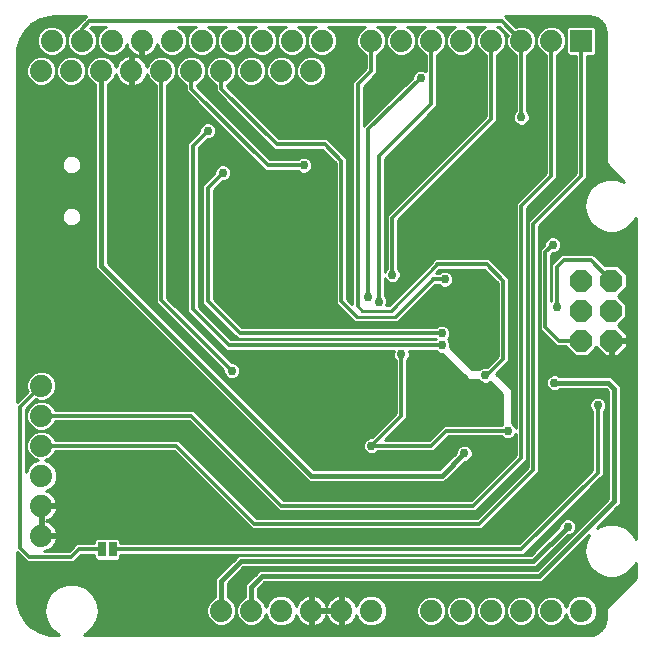
<source format=gbl>
G75*
%MOIN*%
%OFA0B0*%
%FSLAX24Y24*%
%IPPOS*%
%LPD*%
%AMOC8*
5,1,8,0,0,1.08239X$1,22.5*
%
%ADD10R,0.0250X0.0500*%
%ADD11C,0.0740*%
%ADD12R,0.0740X0.0740*%
%ADD13OC8,0.0740*%
%ADD14C,0.0160*%
%ADD15C,0.0298*%
%ADD16C,0.0120*%
%ADD17C,0.0100*%
D10*
X003473Y003275D03*
X003827Y003275D03*
D11*
X001450Y003725D03*
X001450Y004725D03*
X001450Y005725D03*
X001450Y006725D03*
X001450Y007725D03*
X001450Y008725D03*
X007450Y001225D03*
X008450Y001225D03*
X009450Y001225D03*
X010450Y001225D03*
X011450Y001225D03*
X012450Y001225D03*
X014450Y001225D03*
X015450Y001225D03*
X016450Y001225D03*
X017450Y001225D03*
X018450Y001225D03*
X019450Y001225D03*
X010450Y019225D03*
X009450Y019225D03*
X008450Y019225D03*
X007450Y019225D03*
X006450Y019225D03*
X005450Y019225D03*
X004450Y019225D03*
X003450Y019225D03*
X002450Y019225D03*
X001450Y019225D03*
X001800Y020225D03*
X002800Y020225D03*
X003800Y020225D03*
X004800Y020225D03*
X005800Y020225D03*
X006800Y020225D03*
X007800Y020225D03*
X008800Y020225D03*
X009800Y020225D03*
X010800Y020225D03*
X012450Y020225D03*
X013450Y020225D03*
X014450Y020225D03*
X015450Y020225D03*
X016450Y020225D03*
X017450Y020225D03*
X018450Y020225D03*
D12*
X019450Y020225D03*
D13*
X019450Y012225D03*
X019450Y011225D03*
X019450Y010225D03*
X020450Y010225D03*
X020450Y011225D03*
X020450Y012225D03*
D14*
X020350Y008825D02*
X018550Y008825D01*
X020350Y008825D02*
X020550Y008625D01*
X020550Y004875D01*
X018050Y002375D01*
X008800Y002375D01*
X008450Y002025D01*
X008450Y001225D01*
X007450Y001225D02*
X007450Y002225D01*
X008100Y002875D01*
X017850Y002875D01*
X019000Y004025D01*
X015550Y006475D02*
X014800Y005725D01*
X010450Y005725D01*
X003450Y012725D01*
X003450Y019225D01*
D15*
X002950Y018225D03*
X001950Y018225D03*
X004950Y017725D03*
X004950Y018725D03*
X005950Y018725D03*
X005950Y017725D03*
X007000Y017225D03*
X007550Y017025D03*
X007500Y015825D03*
X008700Y014775D03*
X010200Y016075D03*
X010950Y016225D03*
X011550Y016825D03*
X010950Y018225D03*
X010000Y018225D03*
X011450Y019225D03*
X012950Y019725D03*
X013950Y019725D03*
X014100Y018975D03*
X014950Y019725D03*
X015950Y019725D03*
X016950Y019725D03*
X017950Y019725D03*
X018900Y019675D03*
X018950Y018725D03*
X019950Y017725D03*
X019950Y016725D03*
X019950Y015725D03*
X018950Y015725D03*
X017950Y015725D03*
X017950Y016725D03*
X018950Y016725D03*
X017450Y017675D03*
X016950Y016725D03*
X016950Y015725D03*
X016950Y014225D03*
X016950Y013225D03*
X015950Y013225D03*
X014900Y012275D03*
X014900Y011775D03*
X014800Y010475D03*
X014800Y010075D03*
X013950Y009775D03*
X013450Y009775D03*
X013950Y009125D03*
X014450Y009125D03*
X016250Y009075D03*
X016450Y008425D03*
X017000Y007225D03*
X015550Y006475D03*
X017450Y004725D03*
X017450Y003725D03*
X016450Y003725D03*
X015950Y001725D03*
X014950Y001725D03*
X013950Y001725D03*
X012950Y001725D03*
X011950Y001725D03*
X010950Y001725D03*
X012450Y003725D03*
X012950Y003725D03*
X012450Y005225D03*
X011450Y005225D03*
X011450Y006225D03*
X012450Y006725D03*
X011200Y008075D03*
X009950Y008075D03*
X008950Y008075D03*
X007800Y009225D03*
X008300Y009675D03*
X008950Y011225D03*
X008700Y012275D03*
X008700Y012975D03*
X006150Y013575D03*
X005087Y013362D03*
X005087Y012562D03*
X006150Y012275D03*
X004450Y010725D03*
X004450Y010225D03*
X004450Y009225D03*
X004450Y008225D03*
X004450Y007225D03*
X004450Y006225D03*
X004450Y005225D03*
X004450Y004225D03*
X002950Y004225D03*
X002950Y005225D03*
X002950Y006225D03*
X002950Y007225D03*
X002950Y008225D03*
X002950Y009225D03*
X002950Y010225D03*
X003350Y010775D03*
X003350Y011775D03*
X003350Y012325D03*
X001450Y010225D03*
X001950Y007225D03*
X005950Y005225D03*
X005950Y004225D03*
X005950Y002225D03*
X005950Y001225D03*
X004450Y001225D03*
X004450Y002225D03*
X001950Y002225D03*
X006950Y006425D03*
X007950Y005225D03*
X008950Y003725D03*
X009950Y005225D03*
X006450Y008225D03*
X005950Y009225D03*
X010450Y009775D03*
X011800Y010775D03*
X012700Y011525D03*
X012350Y011675D03*
X013150Y012425D03*
X013850Y014375D03*
X014900Y014725D03*
X013200Y015725D03*
X013200Y016225D03*
X013950Y016725D03*
X014950Y016725D03*
X018500Y013425D03*
X019450Y013725D03*
X018950Y014225D03*
X018650Y011338D03*
X016450Y010125D03*
X018550Y008825D03*
X018450Y008225D03*
X018850Y008225D03*
X020000Y008075D03*
X018850Y006725D03*
X019950Y005225D03*
X020950Y004725D03*
X019000Y004025D03*
X018450Y004725D03*
X019950Y002225D03*
X018950Y001725D03*
X017950Y001725D03*
X016950Y001725D03*
X012500Y009125D03*
X004687Y014562D03*
X004687Y014862D03*
X002687Y014862D03*
X002687Y015212D03*
X006950Y018725D03*
X007950Y018725D03*
X020850Y010725D03*
D16*
X019450Y010225D02*
X018700Y010225D01*
X018250Y010675D01*
X018250Y013175D01*
X018500Y013425D01*
X018888Y012913D02*
X018650Y012675D01*
X018650Y011338D01*
X019448Y010225D02*
X019450Y010223D01*
X020000Y008075D02*
X020000Y005825D01*
X017450Y003275D01*
X003827Y003275D01*
X003473Y003275D02*
X002700Y003275D01*
X002450Y003025D01*
X001050Y003025D01*
X000750Y003325D01*
X000750Y008025D01*
X001450Y008725D01*
X001450Y007725D02*
X006450Y007725D01*
X009450Y004725D01*
X010450Y004725D01*
X015850Y004725D01*
X017450Y006325D01*
X017450Y014725D01*
X018450Y015725D01*
X018450Y020225D01*
X019450Y020225D02*
X019450Y015725D01*
X017850Y014125D01*
X017850Y005925D01*
X016050Y004125D01*
X010050Y004125D01*
X008550Y004125D01*
X005950Y006725D01*
X001450Y006725D01*
X005450Y011575D02*
X005450Y019225D01*
X006450Y019225D02*
X006450Y018625D01*
X009000Y016075D01*
X010200Y016075D01*
X010900Y016775D02*
X009300Y016775D01*
X007450Y018625D01*
X007450Y019225D01*
X007000Y017225D02*
X006500Y016725D01*
X006500Y011275D01*
X007700Y010075D01*
X014800Y010075D01*
X014800Y010475D02*
X008075Y010475D01*
X007000Y011550D01*
X007000Y015325D01*
X007500Y015825D01*
X010900Y016775D02*
X011450Y016225D01*
X011450Y011537D01*
X011962Y011025D01*
X012000Y011375D02*
X012000Y018775D01*
X012450Y019225D01*
X012450Y020225D01*
X014100Y018975D02*
X012350Y017275D01*
X012350Y011675D01*
X012700Y011525D02*
X012700Y016375D01*
X014450Y018125D01*
X014450Y020225D01*
X016450Y020225D02*
X016450Y017625D01*
X013150Y014325D01*
X013150Y012425D01*
X014500Y012275D02*
X014900Y012275D01*
X014650Y012775D02*
X016300Y012775D01*
X016850Y012225D01*
X016850Y009625D01*
X016300Y009075D01*
X016250Y009075D01*
X017000Y007225D02*
X014950Y007225D01*
X014450Y006725D01*
X012450Y006725D01*
X012950Y007225D01*
X013450Y007725D02*
X013450Y009775D01*
X013450Y007725D02*
X012450Y006725D01*
X007800Y009225D02*
X005450Y011575D01*
X002800Y020225D02*
X002800Y020625D01*
X003050Y020875D01*
X016800Y020875D01*
X017450Y020225D01*
X017450Y017675D01*
X018888Y012913D02*
X019760Y012913D01*
X020450Y012223D01*
D17*
X000893Y000894D02*
X000733Y001171D01*
X000650Y001479D01*
X000640Y001639D01*
X000640Y003166D01*
X000860Y002946D01*
X000971Y002835D01*
X002529Y002835D01*
X002779Y003085D01*
X003218Y003085D01*
X003218Y002971D01*
X003294Y002895D01*
X004006Y002895D01*
X004082Y002971D01*
X004082Y003085D01*
X017529Y003085D01*
X020079Y005635D01*
X020190Y005746D01*
X020190Y007871D01*
X020236Y007917D01*
X020279Y008020D01*
X020279Y008130D01*
X020236Y008233D01*
X020158Y008311D01*
X020055Y008354D01*
X019945Y008354D01*
X019842Y008311D01*
X019764Y008233D01*
X019721Y008130D01*
X019721Y008020D01*
X019764Y007917D01*
X019810Y007871D01*
X019810Y005904D01*
X017371Y003465D01*
X004082Y003465D01*
X004082Y003579D01*
X004006Y003655D01*
X003294Y003655D01*
X003218Y003579D01*
X003218Y003465D01*
X002621Y003465D01*
X002510Y003354D01*
X002371Y003215D01*
X001554Y003215D01*
X001572Y003218D01*
X001650Y003243D01*
X001723Y003280D01*
X001789Y003328D01*
X001847Y003386D01*
X001895Y003452D01*
X001932Y003525D01*
X001957Y003603D01*
X001969Y003675D01*
X001500Y003675D01*
X001500Y003775D01*
X001969Y003775D01*
X001957Y003847D01*
X001932Y003925D01*
X001895Y003998D01*
X001847Y004064D01*
X001789Y004122D01*
X001723Y004170D01*
X001650Y004207D01*
X001594Y004225D01*
X001650Y004243D01*
X001723Y004280D01*
X001789Y004328D01*
X001847Y004386D01*
X001895Y004452D01*
X001932Y004525D01*
X001957Y004603D01*
X001969Y004675D01*
X001500Y004675D01*
X001500Y004775D01*
X001969Y004775D01*
X001957Y004847D01*
X001932Y004925D01*
X001895Y004998D01*
X001847Y005064D01*
X001789Y005122D01*
X001723Y005170D01*
X001650Y005207D01*
X001598Y005224D01*
X001745Y005284D01*
X001891Y005430D01*
X001970Y005622D01*
X001970Y005828D01*
X001891Y006020D01*
X001745Y006166D01*
X001576Y006236D01*
X001733Y006301D01*
X001874Y006442D01*
X001912Y006535D01*
X005871Y006535D01*
X008471Y003935D01*
X016129Y003935D01*
X017929Y005735D01*
X018040Y005846D01*
X018040Y014046D01*
X019529Y015535D01*
X019640Y015646D01*
X019640Y019725D01*
X019874Y019725D01*
X019950Y019801D01*
X019950Y020649D01*
X019874Y020725D01*
X019026Y020725D01*
X018950Y020649D01*
X018950Y019801D01*
X019026Y019725D01*
X019260Y019725D01*
X019260Y015804D01*
X017660Y014204D01*
X017660Y006004D01*
X015971Y004315D01*
X008629Y004315D01*
X006140Y006804D01*
X006029Y006915D01*
X001912Y006915D01*
X001874Y007008D01*
X001733Y007149D01*
X001549Y007225D01*
X001733Y007301D01*
X001874Y007442D01*
X001912Y007535D01*
X006371Y007535D01*
X009371Y004535D01*
X015929Y004535D01*
X017529Y006135D01*
X017660Y006135D01*
X017660Y006037D02*
X017430Y006037D01*
X017529Y006135D02*
X017640Y006246D01*
X017640Y014646D01*
X018529Y015535D01*
X018640Y015646D01*
X018640Y019763D01*
X018733Y019801D01*
X018874Y019942D01*
X018950Y020126D01*
X018950Y020324D01*
X018874Y020508D01*
X018733Y020649D01*
X018549Y020725D01*
X018351Y020725D01*
X018167Y020649D01*
X018026Y020508D01*
X017950Y020324D01*
X017874Y020508D01*
X017733Y020649D01*
X017549Y020725D01*
X017351Y020725D01*
X017257Y020686D01*
X016909Y021035D01*
X019743Y021035D01*
X019824Y021029D01*
X019978Y020979D01*
X020109Y020884D01*
X020204Y020753D01*
X020254Y020599D01*
X020260Y020518D01*
X020260Y016146D01*
X020880Y015526D01*
X020609Y015625D01*
X020291Y015625D01*
X019993Y015516D01*
X019750Y015312D01*
X019591Y015038D01*
X019591Y015038D01*
X019536Y014725D01*
X019591Y014412D01*
X019750Y014138D01*
X019750Y014138D01*
X019993Y013934D01*
X020291Y013825D01*
X020609Y013825D01*
X020907Y013934D01*
X021150Y014138D01*
X021260Y014328D01*
X021260Y003622D01*
X021150Y003812D01*
X021150Y003812D01*
X020907Y004016D01*
X020609Y004125D01*
X020291Y004125D01*
X019993Y004016D01*
X019964Y003992D01*
X020637Y004665D01*
X020760Y004788D01*
X020760Y008712D01*
X020560Y008912D01*
X020437Y009035D01*
X018734Y009035D01*
X018708Y009061D01*
X018605Y009104D01*
X018495Y009104D01*
X018392Y009061D01*
X018314Y008983D01*
X018271Y008880D01*
X018271Y008770D01*
X018314Y008667D01*
X018392Y008589D01*
X018495Y008546D01*
X018605Y008546D01*
X018708Y008589D01*
X018734Y008615D01*
X020263Y008615D01*
X020340Y008538D01*
X020340Y004962D01*
X017963Y002585D01*
X008713Y002585D01*
X008590Y002462D01*
X008590Y002462D01*
X008240Y002112D01*
X008240Y001679D01*
X008167Y001649D01*
X008026Y001508D01*
X007950Y001324D01*
X007874Y001508D01*
X007733Y001649D01*
X007660Y001679D01*
X007660Y002138D01*
X008187Y002665D01*
X017937Y002665D01*
X019018Y003746D01*
X019055Y003746D01*
X019158Y003789D01*
X019236Y003867D01*
X019279Y003970D01*
X019279Y004080D01*
X019236Y004183D01*
X019158Y004261D01*
X019055Y004304D01*
X018945Y004304D01*
X018842Y004261D01*
X018764Y004183D01*
X018721Y004080D01*
X018721Y004043D01*
X017763Y003085D01*
X008013Y003085D01*
X007890Y002962D01*
X007240Y002312D01*
X007240Y001679D01*
X007167Y001649D01*
X007026Y001508D01*
X006950Y001324D01*
X006950Y001126D01*
X007026Y000942D01*
X007167Y000801D01*
X007351Y000725D01*
X007549Y000725D01*
X007733Y000801D01*
X007874Y000942D01*
X007950Y001126D01*
X007950Y001324D01*
X007950Y001126D01*
X008026Y000942D01*
X008167Y000801D01*
X008351Y000725D01*
X008549Y000725D01*
X008733Y000801D01*
X008874Y000942D01*
X008939Y001099D01*
X009009Y000930D01*
X009155Y000784D01*
X009347Y000705D01*
X009553Y000705D01*
X009745Y000784D01*
X009891Y000930D01*
X009951Y001077D01*
X009968Y001025D01*
X010005Y000952D01*
X010053Y000886D01*
X010111Y000828D01*
X010177Y000780D01*
X010250Y000743D01*
X010328Y000718D01*
X010400Y000706D01*
X010400Y001175D01*
X010500Y001175D01*
X010500Y001275D01*
X010400Y001275D01*
X010400Y001744D01*
X010328Y001732D01*
X010250Y001707D01*
X010177Y001670D01*
X010111Y001622D01*
X010053Y001564D01*
X010005Y001498D01*
X009968Y001425D01*
X009951Y001373D01*
X009891Y001520D01*
X009745Y001666D01*
X009553Y001745D01*
X009347Y001745D01*
X009155Y001666D01*
X009009Y001520D01*
X008939Y001351D01*
X008874Y001508D01*
X008733Y001649D01*
X008660Y001679D01*
X008660Y001938D01*
X008887Y002165D01*
X018137Y002165D01*
X019703Y003731D01*
X019591Y003538D01*
X019536Y003225D01*
X019591Y002912D01*
X019750Y002638D01*
X019750Y002638D01*
X019993Y002434D01*
X020291Y002325D01*
X020609Y002325D01*
X020907Y002434D01*
X021150Y002638D01*
X021260Y002828D01*
X021260Y002304D01*
X020260Y001304D01*
X020260Y000932D01*
X020254Y000851D01*
X020204Y000697D01*
X020109Y000566D01*
X019978Y000471D01*
X019824Y000421D01*
X019743Y000415D01*
X002856Y000415D01*
X002907Y000434D01*
X003150Y000638D01*
X003309Y000912D01*
X003309Y000912D01*
X003364Y001225D01*
X003309Y001538D01*
X003150Y001812D01*
X003150Y001812D01*
X002907Y002016D01*
X002609Y002125D01*
X002291Y002125D01*
X001993Y002016D01*
X001750Y001812D01*
X001591Y001538D01*
X001591Y001538D01*
X001536Y001225D01*
X001591Y000912D01*
X001750Y000638D01*
X001750Y000638D01*
X001993Y000434D01*
X002044Y000415D01*
X001864Y000415D01*
X001704Y000425D01*
X001396Y000508D01*
X001119Y000668D01*
X000893Y000894D01*
X000881Y000915D02*
X001591Y000915D01*
X001591Y000912D02*
X001591Y000912D01*
X001573Y001013D02*
X000824Y001013D01*
X000767Y001112D02*
X001556Y001112D01*
X001539Y001210D02*
X000723Y001210D01*
X000696Y001309D02*
X001551Y001309D01*
X001536Y001225D02*
X001536Y001225D01*
X001568Y001407D02*
X000670Y001407D01*
X000649Y001506D02*
X001586Y001506D01*
X001630Y001604D02*
X000642Y001604D01*
X000640Y001703D02*
X001686Y001703D01*
X001743Y001801D02*
X000640Y001801D01*
X000640Y001900D02*
X001854Y001900D01*
X001750Y001812D02*
X001750Y001812D01*
X001750Y001812D01*
X001971Y001998D02*
X000640Y001998D01*
X000640Y002097D02*
X002213Y002097D01*
X001993Y002016D02*
X001993Y002016D01*
X002687Y002097D02*
X007240Y002097D01*
X007240Y002195D02*
X000640Y002195D01*
X000640Y002294D02*
X007240Y002294D01*
X007320Y002392D02*
X000640Y002392D01*
X000640Y002491D02*
X007419Y002491D01*
X007517Y002589D02*
X000640Y002589D01*
X000640Y002688D02*
X007616Y002688D01*
X007714Y002786D02*
X000640Y002786D01*
X000640Y002885D02*
X000922Y002885D01*
X000823Y002983D02*
X000640Y002983D01*
X000640Y003082D02*
X000725Y003082D01*
X001400Y003775D02*
X001400Y004244D01*
X001400Y004675D01*
X001500Y004675D01*
X001500Y003775D01*
X001400Y003775D01*
X001400Y003870D02*
X001500Y003870D01*
X001500Y003968D02*
X001400Y003968D01*
X001400Y004067D02*
X001500Y004067D01*
X001500Y004165D02*
X001400Y004165D01*
X001400Y004264D02*
X001500Y004264D01*
X001500Y004362D02*
X001400Y004362D01*
X001400Y004461D02*
X001500Y004461D01*
X001500Y004559D02*
X001400Y004559D01*
X001400Y004658D02*
X001500Y004658D01*
X001500Y004756D02*
X007650Y004756D01*
X007552Y004855D02*
X001955Y004855D01*
X001917Y004953D02*
X007453Y004953D01*
X007355Y005052D02*
X001856Y005052D01*
X001750Y005150D02*
X007256Y005150D01*
X007158Y005249D02*
X001658Y005249D01*
X001807Y005347D02*
X007059Y005347D01*
X006961Y005446D02*
X001897Y005446D01*
X001938Y005544D02*
X006862Y005544D01*
X006764Y005643D02*
X001970Y005643D01*
X001970Y005741D02*
X006665Y005741D01*
X006567Y005840D02*
X001965Y005840D01*
X001925Y005938D02*
X006468Y005938D01*
X006370Y006037D02*
X001874Y006037D01*
X001775Y006135D02*
X006271Y006135D01*
X006173Y006234D02*
X001581Y006234D01*
X001764Y006332D02*
X006074Y006332D01*
X005976Y006431D02*
X001863Y006431D01*
X001910Y006529D02*
X005877Y006529D01*
X006119Y006825D02*
X007082Y006825D01*
X006983Y006923D02*
X001909Y006923D01*
X001861Y007022D02*
X006885Y007022D01*
X006786Y007120D02*
X001762Y007120D01*
X001749Y007317D02*
X006589Y007317D01*
X006491Y007416D02*
X001848Y007416D01*
X001904Y007514D02*
X006392Y007514D01*
X006640Y007804D02*
X006529Y007915D01*
X001912Y007915D01*
X001874Y008008D01*
X001733Y008149D01*
X001549Y008225D01*
X001351Y008225D01*
X001167Y008149D01*
X001026Y008008D01*
X000950Y007824D01*
X000950Y007626D01*
X001026Y007442D01*
X001167Y007301D01*
X001351Y007225D01*
X001549Y007225D01*
X001351Y007225D01*
X001167Y007149D01*
X001026Y007008D01*
X000950Y006824D01*
X000950Y006626D01*
X001026Y006442D01*
X001167Y006301D01*
X001324Y006236D01*
X001155Y006166D01*
X001009Y006020D01*
X000940Y005853D01*
X000940Y007946D01*
X001257Y008264D01*
X001351Y008225D01*
X001549Y008225D01*
X001733Y008301D01*
X001874Y008442D01*
X001950Y008626D01*
X001950Y008824D01*
X001874Y009008D01*
X001733Y009149D01*
X001549Y009225D01*
X001351Y009225D01*
X001167Y009149D01*
X001026Y009008D01*
X000950Y008824D01*
X000950Y008626D01*
X000989Y008532D01*
X000671Y008215D01*
X000640Y008184D01*
X000640Y019811D01*
X000650Y019971D01*
X000733Y020279D01*
X000893Y020556D01*
X001119Y020782D01*
X001396Y020942D01*
X001704Y021025D01*
X001864Y021035D01*
X002941Y021035D01*
X002860Y020954D01*
X002610Y020704D01*
X002610Y020687D01*
X002517Y020649D01*
X002376Y020508D01*
X002300Y020324D01*
X002224Y020508D01*
X002083Y020649D01*
X001899Y020725D01*
X001701Y020725D01*
X001517Y020649D01*
X001376Y020508D01*
X001300Y020324D01*
X001300Y020126D01*
X001376Y019942D01*
X001517Y019801D01*
X001701Y019725D01*
X001899Y019725D01*
X002083Y019801D01*
X002224Y019942D01*
X002300Y020126D01*
X002300Y020324D01*
X002300Y020126D01*
X002376Y019942D01*
X002517Y019801D01*
X002701Y019725D01*
X002899Y019725D01*
X003083Y019801D01*
X003224Y019942D01*
X003300Y020126D01*
X003376Y019942D01*
X003517Y019801D01*
X003701Y019725D01*
X003899Y019725D01*
X004083Y019801D01*
X004224Y019942D01*
X004292Y020107D01*
X004293Y020103D01*
X004318Y020025D01*
X004355Y019952D01*
X004403Y019886D01*
X004461Y019828D01*
X004527Y019780D01*
X004600Y019743D01*
X004678Y019718D01*
X004750Y019706D01*
X004750Y020175D01*
X004850Y020175D01*
X004850Y019706D01*
X004922Y019718D01*
X005000Y019743D01*
X005073Y019780D01*
X005139Y019828D01*
X005197Y019886D01*
X005245Y019952D01*
X005282Y020025D01*
X005307Y020103D01*
X005308Y020107D01*
X005376Y019942D01*
X005517Y019801D01*
X005701Y019725D01*
X005899Y019725D01*
X006083Y019801D01*
X006224Y019942D01*
X006300Y020126D01*
X006376Y019942D01*
X006517Y019801D01*
X006701Y019725D01*
X006899Y019725D01*
X007083Y019801D01*
X007224Y019942D01*
X007300Y020126D01*
X007376Y019942D01*
X007517Y019801D01*
X007701Y019725D01*
X007899Y019725D01*
X008083Y019801D01*
X008224Y019942D01*
X008300Y020126D01*
X008376Y019942D01*
X008517Y019801D01*
X008701Y019725D01*
X008899Y019725D01*
X009083Y019801D01*
X009224Y019942D01*
X009300Y020126D01*
X009376Y019942D01*
X009517Y019801D01*
X009701Y019725D01*
X009899Y019725D01*
X010083Y019801D01*
X010224Y019942D01*
X010300Y020126D01*
X010376Y019942D01*
X010517Y019801D01*
X010701Y019725D01*
X010899Y019725D01*
X011083Y019801D01*
X011224Y019942D01*
X011300Y020126D01*
X011300Y020324D01*
X011224Y020508D01*
X011083Y020649D01*
X010996Y020685D01*
X012254Y020685D01*
X012167Y020649D01*
X012026Y020508D01*
X011950Y020324D01*
X011950Y020126D01*
X012026Y019942D01*
X012167Y019801D01*
X012260Y019763D01*
X012260Y019304D01*
X011810Y018854D01*
X011810Y011446D01*
X011640Y011616D01*
X011640Y016304D01*
X011529Y016415D01*
X011529Y016415D01*
X011090Y016854D01*
X010979Y016965D01*
X009379Y016965D01*
X007640Y018704D01*
X007640Y018763D01*
X007733Y018801D01*
X007874Y018942D01*
X007950Y019126D01*
X008026Y018942D01*
X008167Y018801D01*
X008351Y018725D01*
X008549Y018725D01*
X008733Y018801D01*
X008874Y018942D01*
X008950Y019126D01*
X008950Y019324D01*
X008874Y019508D01*
X008733Y019649D01*
X008549Y019725D01*
X008351Y019725D01*
X008167Y019649D01*
X008026Y019508D01*
X007950Y019324D01*
X007950Y019126D01*
X007950Y019324D01*
X007874Y019508D01*
X007733Y019649D01*
X007549Y019725D01*
X007351Y019725D01*
X007167Y019649D01*
X007026Y019508D01*
X006950Y019324D01*
X006874Y019508D01*
X006733Y019649D01*
X006549Y019725D01*
X006351Y019725D01*
X006167Y019649D01*
X006026Y019508D01*
X005950Y019324D01*
X005874Y019508D01*
X005733Y019649D01*
X005549Y019725D01*
X005351Y019725D01*
X005167Y019649D01*
X005026Y019508D01*
X004958Y019343D01*
X004957Y019347D01*
X004932Y019425D01*
X004895Y019498D01*
X004847Y019564D01*
X004789Y019622D01*
X004723Y019670D01*
X004650Y019707D01*
X004572Y019732D01*
X004500Y019744D01*
X004500Y019275D01*
X004400Y019275D01*
X004400Y019744D01*
X004328Y019732D01*
X004250Y019707D01*
X004177Y019670D01*
X004111Y019622D01*
X004053Y019564D01*
X004005Y019498D01*
X003968Y019425D01*
X003943Y019347D01*
X003942Y019343D01*
X003874Y019508D01*
X003733Y019649D01*
X003549Y019725D01*
X003351Y019725D01*
X003167Y019649D01*
X003026Y019508D01*
X002950Y019324D01*
X002950Y019126D01*
X003026Y018942D01*
X003167Y018801D01*
X003240Y018771D01*
X003240Y012638D01*
X003363Y012515D01*
X010363Y005515D01*
X014887Y005515D01*
X015568Y006196D01*
X015605Y006196D01*
X015708Y006239D01*
X015786Y006317D01*
X015829Y006420D01*
X015829Y006530D01*
X015786Y006633D01*
X015708Y006711D01*
X015605Y006754D01*
X015495Y006754D01*
X015392Y006711D01*
X015314Y006633D01*
X015271Y006530D01*
X015271Y006493D01*
X014713Y005935D01*
X010537Y005935D01*
X003660Y012812D01*
X003660Y018771D01*
X003733Y018801D01*
X003874Y018942D01*
X003942Y019107D01*
X003943Y019103D01*
X003968Y019025D01*
X004005Y018952D01*
X004053Y018886D01*
X004111Y018828D01*
X004177Y018780D01*
X004250Y018743D01*
X004328Y018718D01*
X004400Y018706D01*
X004400Y019175D01*
X004500Y019175D01*
X004500Y018706D01*
X004572Y018718D01*
X004650Y018743D01*
X004723Y018780D01*
X004789Y018828D01*
X004847Y018886D01*
X004895Y018952D01*
X004932Y019025D01*
X004957Y019103D01*
X004958Y019107D01*
X005026Y018942D01*
X005167Y018801D01*
X005260Y018763D01*
X005260Y011496D01*
X005371Y011385D01*
X007521Y009235D01*
X007521Y009170D01*
X007564Y009067D01*
X007642Y008989D01*
X007745Y008946D01*
X007855Y008946D01*
X007958Y008989D01*
X008036Y009067D01*
X008079Y009170D01*
X008079Y009280D01*
X008036Y009383D01*
X007958Y009461D01*
X007855Y009504D01*
X007790Y009504D01*
X005640Y011654D01*
X005640Y018763D01*
X005733Y018801D01*
X005874Y018942D01*
X005950Y019126D01*
X005950Y019324D01*
X005950Y019126D01*
X006026Y018942D01*
X006167Y018801D01*
X006260Y018763D01*
X006260Y018546D01*
X005640Y018546D01*
X005640Y018448D02*
X006359Y018448D01*
X006371Y018435D02*
X008921Y015885D01*
X009996Y015885D01*
X010042Y015839D01*
X010145Y015796D01*
X010255Y015796D01*
X010358Y015839D01*
X010436Y015917D01*
X010479Y016020D01*
X010479Y016130D01*
X010436Y016233D01*
X010358Y016311D01*
X010255Y016354D01*
X010145Y016354D01*
X010042Y016311D01*
X009996Y016265D01*
X009079Y016265D01*
X006640Y018704D01*
X006640Y018763D01*
X006733Y018801D01*
X006874Y018942D01*
X006950Y019126D01*
X006950Y019324D01*
X006950Y019126D01*
X007026Y018942D01*
X007167Y018801D01*
X007260Y018763D01*
X007260Y018546D01*
X006798Y018546D01*
X006896Y018448D02*
X007359Y018448D01*
X007371Y018435D02*
X009221Y016585D01*
X010821Y016585D01*
X011260Y016146D01*
X011260Y011459D01*
X011371Y011347D01*
X011371Y011347D01*
X011884Y010835D01*
X012041Y010835D01*
X012051Y010845D01*
X013325Y010845D01*
X014565Y012085D01*
X014696Y012085D01*
X014742Y012039D01*
X014845Y011996D01*
X014955Y011996D01*
X015058Y012039D01*
X015136Y012117D01*
X015179Y012220D01*
X015179Y012330D01*
X015136Y012433D01*
X015058Y012511D01*
X014955Y012554D01*
X014845Y012554D01*
X014742Y012511D01*
X014696Y012465D01*
X014595Y012465D01*
X014715Y012585D01*
X016221Y012585D01*
X016660Y012146D01*
X016660Y009704D01*
X016309Y009353D01*
X016305Y009354D01*
X016195Y009354D01*
X016092Y009311D01*
X016055Y009275D01*
X015812Y009275D01*
X015150Y009937D01*
X015075Y010011D01*
X015079Y010020D01*
X015079Y010130D01*
X015036Y010233D01*
X014994Y010275D01*
X015036Y010317D01*
X015079Y010420D01*
X015079Y010530D01*
X015036Y010633D01*
X014958Y010711D01*
X014855Y010754D01*
X014745Y010754D01*
X014642Y010711D01*
X014596Y010665D01*
X008154Y010665D01*
X007190Y011629D01*
X007190Y015246D01*
X007490Y015546D01*
X007555Y015546D01*
X007658Y015589D01*
X007736Y015667D01*
X007779Y015770D01*
X007779Y015880D01*
X007736Y015983D01*
X007658Y016061D01*
X007555Y016104D01*
X007445Y016104D01*
X007342Y016061D01*
X007264Y015983D01*
X007221Y015880D01*
X007221Y015815D01*
X006810Y015404D01*
X006810Y011471D01*
X006921Y011360D01*
X007996Y010285D01*
X014596Y010285D01*
X014606Y010275D01*
X014596Y010265D01*
X007779Y010265D01*
X006690Y011354D01*
X006690Y016646D01*
X006990Y016946D01*
X007055Y016946D01*
X007158Y016989D01*
X007236Y017067D01*
X007279Y017170D01*
X007279Y017280D01*
X007236Y017383D01*
X007158Y017461D01*
X007055Y017504D01*
X006945Y017504D01*
X006842Y017461D01*
X006764Y017383D01*
X006721Y017280D01*
X006721Y017215D01*
X006421Y016915D01*
X006310Y016804D01*
X006310Y011196D01*
X007621Y009885D01*
X013194Y009885D01*
X013171Y009830D01*
X013171Y009720D01*
X013214Y009617D01*
X013260Y009571D01*
X013260Y007804D01*
X012871Y007415D01*
X012460Y007004D01*
X012395Y007004D01*
X012292Y006961D01*
X012214Y006883D01*
X012171Y006780D01*
X012171Y006670D01*
X012214Y006567D01*
X012292Y006489D01*
X012395Y006446D01*
X012505Y006446D01*
X012608Y006489D01*
X012654Y006535D01*
X014529Y006535D01*
X014640Y006646D01*
X015029Y007035D01*
X016796Y007035D01*
X016842Y006989D01*
X016945Y006946D01*
X017055Y006946D01*
X017158Y006989D01*
X017236Y007067D01*
X017260Y007124D01*
X017260Y006404D01*
X015771Y004915D01*
X009529Y004915D01*
X006640Y007804D01*
X006634Y007810D02*
X008068Y007810D01*
X007970Y007908D02*
X006536Y007908D01*
X006733Y007711D02*
X008167Y007711D01*
X008265Y007613D02*
X006831Y007613D01*
X006930Y007514D02*
X008364Y007514D01*
X008462Y007416D02*
X007028Y007416D01*
X007127Y007317D02*
X008561Y007317D01*
X008659Y007219D02*
X007225Y007219D01*
X007324Y007120D02*
X008758Y007120D01*
X008856Y007022D02*
X007422Y007022D01*
X007521Y006923D02*
X008955Y006923D01*
X009053Y006825D02*
X007619Y006825D01*
X007718Y006726D02*
X009152Y006726D01*
X009250Y006628D02*
X007816Y006628D01*
X007915Y006529D02*
X009349Y006529D01*
X009447Y006431D02*
X008013Y006431D01*
X008112Y006332D02*
X009546Y006332D01*
X009644Y006234D02*
X008210Y006234D01*
X008309Y006135D02*
X009743Y006135D01*
X009841Y006037D02*
X008407Y006037D01*
X008506Y005938D02*
X009940Y005938D01*
X010039Y005840D02*
X008604Y005840D01*
X008703Y005741D02*
X010137Y005741D01*
X010236Y005643D02*
X008801Y005643D01*
X008900Y005544D02*
X010334Y005544D01*
X010534Y005938D02*
X014716Y005938D01*
X014815Y006037D02*
X010435Y006037D01*
X010337Y006135D02*
X014913Y006135D01*
X015012Y006234D02*
X010238Y006234D01*
X010140Y006332D02*
X015110Y006332D01*
X015209Y006431D02*
X010041Y006431D01*
X009943Y006529D02*
X012252Y006529D01*
X012189Y006628D02*
X009844Y006628D01*
X009746Y006726D02*
X012171Y006726D01*
X012189Y006825D02*
X009647Y006825D01*
X009549Y006923D02*
X012254Y006923D01*
X012478Y007022D02*
X009450Y007022D01*
X009352Y007120D02*
X012576Y007120D01*
X012675Y007219D02*
X009253Y007219D01*
X009155Y007317D02*
X012773Y007317D01*
X012872Y007416D02*
X009056Y007416D01*
X008958Y007514D02*
X012970Y007514D01*
X013069Y007613D02*
X008859Y007613D01*
X008761Y007711D02*
X013167Y007711D01*
X013260Y007810D02*
X008662Y007810D01*
X008564Y007908D02*
X013260Y007908D01*
X013260Y008007D02*
X008465Y008007D01*
X008367Y008105D02*
X013260Y008105D01*
X013260Y008204D02*
X008268Y008204D01*
X008170Y008302D02*
X013260Y008302D01*
X013260Y008401D02*
X008071Y008401D01*
X007973Y008499D02*
X013260Y008499D01*
X013260Y008598D02*
X007874Y008598D01*
X007776Y008696D02*
X013260Y008696D01*
X013260Y008795D02*
X007677Y008795D01*
X007579Y008893D02*
X013260Y008893D01*
X013260Y008992D02*
X007961Y008992D01*
X008046Y009090D02*
X013260Y009090D01*
X013260Y009189D02*
X008079Y009189D01*
X008076Y009287D02*
X013260Y009287D01*
X013260Y009386D02*
X008034Y009386D01*
X007903Y009484D02*
X013260Y009484D01*
X013248Y009583D02*
X007711Y009583D01*
X007613Y009681D02*
X013187Y009681D01*
X013171Y009780D02*
X007514Y009780D01*
X007416Y009878D02*
X013191Y009878D01*
X013706Y009885D02*
X014596Y009885D01*
X014642Y009839D01*
X014745Y009796D01*
X014817Y009796D01*
X014888Y009725D01*
X015600Y009013D01*
X015688Y008925D01*
X016010Y008925D01*
X016014Y008917D01*
X016092Y008839D01*
X016195Y008796D01*
X016305Y008796D01*
X016408Y008839D01*
X016416Y008847D01*
X016438Y008825D01*
X016800Y008463D01*
X016800Y007420D01*
X016796Y007415D01*
X014871Y007415D01*
X014371Y006915D01*
X012909Y006915D01*
X013140Y007146D01*
X013529Y007535D01*
X013640Y007646D01*
X013640Y009571D01*
X013686Y009617D01*
X013729Y009720D01*
X013729Y009830D01*
X013706Y009885D01*
X013709Y009878D02*
X014603Y009878D01*
X014834Y009780D02*
X013729Y009780D01*
X013713Y009681D02*
X014932Y009681D01*
X014888Y009725D02*
X014888Y009725D01*
X015031Y009583D02*
X013652Y009583D01*
X013640Y009484D02*
X015129Y009484D01*
X015228Y009386D02*
X013640Y009386D01*
X013640Y009287D02*
X015326Y009287D01*
X015425Y009189D02*
X013640Y009189D01*
X013640Y009090D02*
X015523Y009090D01*
X015622Y008992D02*
X013640Y008992D01*
X013640Y008893D02*
X016038Y008893D01*
X016068Y009287D02*
X015800Y009287D01*
X015701Y009386D02*
X016342Y009386D01*
X016440Y009484D02*
X015603Y009484D01*
X015504Y009583D02*
X016539Y009583D01*
X016637Y009681D02*
X015406Y009681D01*
X015307Y009780D02*
X016660Y009780D01*
X016660Y009878D02*
X015209Y009878D01*
X015110Y009977D02*
X016660Y009977D01*
X016660Y010075D02*
X015079Y010075D01*
X015061Y010174D02*
X016660Y010174D01*
X016660Y010272D02*
X014997Y010272D01*
X015059Y010371D02*
X016660Y010371D01*
X016660Y010469D02*
X015079Y010469D01*
X015064Y010568D02*
X016660Y010568D01*
X016660Y010666D02*
X015003Y010666D01*
X014597Y010666D02*
X008153Y010666D01*
X008054Y010765D02*
X016660Y010765D01*
X016660Y010863D02*
X013343Y010863D01*
X013441Y010962D02*
X016660Y010962D01*
X016660Y011060D02*
X013540Y011060D01*
X013638Y011159D02*
X016660Y011159D01*
X016660Y011257D02*
X013737Y011257D01*
X013835Y011356D02*
X016660Y011356D01*
X016660Y011454D02*
X013934Y011454D01*
X014032Y011553D02*
X016660Y011553D01*
X016660Y011651D02*
X014131Y011651D01*
X014229Y011750D02*
X016660Y011750D01*
X016660Y011848D02*
X014328Y011848D01*
X014426Y011947D02*
X016660Y011947D01*
X016660Y012045D02*
X015064Y012045D01*
X015147Y012144D02*
X016660Y012144D01*
X016564Y012242D02*
X015179Y012242D01*
X015175Y012341D02*
X016466Y012341D01*
X016367Y012439D02*
X015130Y012439D01*
X014995Y012538D02*
X016269Y012538D01*
X016511Y012833D02*
X017260Y012833D01*
X017260Y012735D02*
X016609Y012735D01*
X016708Y012636D02*
X017260Y012636D01*
X017260Y012538D02*
X016806Y012538D01*
X016905Y012439D02*
X017260Y012439D01*
X017260Y012341D02*
X017003Y012341D01*
X017040Y012304D02*
X016490Y012854D01*
X016379Y012965D01*
X014571Y012965D01*
X014460Y012854D01*
X014460Y012840D01*
X013025Y011405D01*
X012952Y011405D01*
X012979Y011470D01*
X012979Y011580D01*
X012936Y011683D01*
X012890Y011729D01*
X012890Y012324D01*
X012914Y012267D01*
X012992Y012189D01*
X013095Y012146D01*
X013205Y012146D01*
X013308Y012189D01*
X013386Y012267D01*
X013429Y012370D01*
X013429Y012480D01*
X013386Y012583D01*
X013340Y012629D01*
X013340Y014246D01*
X016529Y017435D01*
X016640Y017546D01*
X016640Y019763D01*
X016733Y019801D01*
X016874Y019942D01*
X016950Y020126D01*
X017026Y019942D01*
X017167Y019801D01*
X017260Y019763D01*
X017260Y017879D01*
X017214Y017833D01*
X017171Y017730D01*
X017171Y017620D01*
X017214Y017517D01*
X017292Y017439D01*
X017395Y017396D01*
X017505Y017396D01*
X017608Y017439D01*
X017686Y017517D01*
X017729Y017620D01*
X017729Y017730D01*
X017686Y017833D01*
X017640Y017879D01*
X017640Y019763D01*
X017733Y019801D01*
X017874Y019942D01*
X017950Y020126D01*
X017950Y020324D01*
X017950Y020126D01*
X018026Y019942D01*
X018167Y019801D01*
X018260Y019763D01*
X018260Y015804D01*
X017260Y014804D01*
X017260Y007326D01*
X017236Y007383D01*
X017158Y007461D01*
X017150Y007465D01*
X017150Y008587D01*
X017062Y008675D01*
X016615Y009121D01*
X017040Y009546D01*
X017040Y012304D01*
X017040Y012242D02*
X017260Y012242D01*
X017260Y012144D02*
X017040Y012144D01*
X017040Y012045D02*
X017260Y012045D01*
X017260Y011947D02*
X017040Y011947D01*
X017040Y011848D02*
X017260Y011848D01*
X017260Y011750D02*
X017040Y011750D01*
X017040Y011651D02*
X017260Y011651D01*
X017260Y011553D02*
X017040Y011553D01*
X017040Y011454D02*
X017260Y011454D01*
X017260Y011356D02*
X017040Y011356D01*
X017040Y011257D02*
X017260Y011257D01*
X017260Y011159D02*
X017040Y011159D01*
X017040Y011060D02*
X017260Y011060D01*
X017260Y010962D02*
X017040Y010962D01*
X017040Y010863D02*
X017260Y010863D01*
X017260Y010765D02*
X017040Y010765D01*
X017040Y010666D02*
X017260Y010666D01*
X017260Y010568D02*
X017040Y010568D01*
X017040Y010469D02*
X017260Y010469D01*
X017260Y010371D02*
X017040Y010371D01*
X017040Y010272D02*
X017260Y010272D01*
X017260Y010174D02*
X017040Y010174D01*
X017040Y010075D02*
X017260Y010075D01*
X017260Y009977D02*
X017040Y009977D01*
X017040Y009878D02*
X017260Y009878D01*
X017260Y009780D02*
X017040Y009780D01*
X017040Y009681D02*
X017260Y009681D01*
X017260Y009583D02*
X017040Y009583D01*
X016978Y009484D02*
X017260Y009484D01*
X017260Y009386D02*
X016879Y009386D01*
X016781Y009287D02*
X017260Y009287D01*
X017260Y009189D02*
X016682Y009189D01*
X016647Y009090D02*
X017260Y009090D01*
X017260Y008992D02*
X016745Y008992D01*
X016844Y008893D02*
X017260Y008893D01*
X017260Y008795D02*
X016942Y008795D01*
X017041Y008696D02*
X017260Y008696D01*
X017260Y008598D02*
X017139Y008598D01*
X017150Y008499D02*
X017260Y008499D01*
X017260Y008401D02*
X017150Y008401D01*
X017150Y008302D02*
X017260Y008302D01*
X017260Y008204D02*
X017150Y008204D01*
X017150Y008105D02*
X017260Y008105D01*
X017260Y008007D02*
X017150Y008007D01*
X017150Y007908D02*
X017260Y007908D01*
X017260Y007810D02*
X017150Y007810D01*
X017150Y007711D02*
X017260Y007711D01*
X017260Y007613D02*
X017150Y007613D01*
X017150Y007514D02*
X017260Y007514D01*
X017260Y007416D02*
X017204Y007416D01*
X017258Y007120D02*
X017260Y007120D01*
X017260Y007022D02*
X017191Y007022D01*
X017260Y006923D02*
X014917Y006923D01*
X015015Y007022D02*
X016809Y007022D01*
X016796Y007416D02*
X013409Y007416D01*
X013508Y007514D02*
X016800Y007514D01*
X016800Y007613D02*
X013606Y007613D01*
X013640Y007711D02*
X016800Y007711D01*
X016800Y007810D02*
X013640Y007810D01*
X013640Y007908D02*
X016800Y007908D01*
X016800Y008007D02*
X013640Y008007D01*
X013640Y008105D02*
X016800Y008105D01*
X016800Y008204D02*
X013640Y008204D01*
X013640Y008302D02*
X016800Y008302D01*
X016800Y008401D02*
X013640Y008401D01*
X013640Y008499D02*
X016764Y008499D01*
X016666Y008598D02*
X013640Y008598D01*
X013640Y008696D02*
X016567Y008696D01*
X016469Y008795D02*
X013640Y008795D01*
X014603Y010272D02*
X007772Y010272D01*
X007673Y010371D02*
X007911Y010371D01*
X007812Y010469D02*
X007575Y010469D01*
X007476Y010568D02*
X007714Y010568D01*
X007615Y010666D02*
X007378Y010666D01*
X007279Y010765D02*
X007517Y010765D01*
X007418Y010863D02*
X007181Y010863D01*
X007082Y010962D02*
X007320Y010962D01*
X007221Y011060D02*
X006984Y011060D01*
X006885Y011159D02*
X007123Y011159D01*
X007024Y011257D02*
X006787Y011257D01*
X006690Y011356D02*
X006926Y011356D01*
X006827Y011454D02*
X006690Y011454D01*
X006690Y011553D02*
X006810Y011553D01*
X006810Y011651D02*
X006690Y011651D01*
X006690Y011750D02*
X006810Y011750D01*
X006810Y011848D02*
X006690Y011848D01*
X006690Y011947D02*
X006810Y011947D01*
X006810Y012045D02*
X006690Y012045D01*
X006690Y012144D02*
X006810Y012144D01*
X006810Y012242D02*
X006690Y012242D01*
X006690Y012341D02*
X006810Y012341D01*
X006810Y012439D02*
X006690Y012439D01*
X006690Y012538D02*
X006810Y012538D01*
X006810Y012636D02*
X006690Y012636D01*
X006690Y012735D02*
X006810Y012735D01*
X006810Y012833D02*
X006690Y012833D01*
X006690Y012932D02*
X006810Y012932D01*
X006810Y013030D02*
X006690Y013030D01*
X006690Y013129D02*
X006810Y013129D01*
X006810Y013227D02*
X006690Y013227D01*
X006690Y013326D02*
X006810Y013326D01*
X006810Y013424D02*
X006690Y013424D01*
X006690Y013523D02*
X006810Y013523D01*
X006810Y013621D02*
X006690Y013621D01*
X006690Y013720D02*
X006810Y013720D01*
X006810Y013818D02*
X006690Y013818D01*
X006690Y013917D02*
X006810Y013917D01*
X006810Y014015D02*
X006690Y014015D01*
X006690Y014114D02*
X006810Y014114D01*
X006810Y014212D02*
X006690Y014212D01*
X006690Y014311D02*
X006810Y014311D01*
X006810Y014409D02*
X006690Y014409D01*
X006690Y014508D02*
X006810Y014508D01*
X006810Y014606D02*
X006690Y014606D01*
X006690Y014705D02*
X006810Y014705D01*
X006810Y014803D02*
X006690Y014803D01*
X006690Y014902D02*
X006810Y014902D01*
X006810Y015000D02*
X006690Y015000D01*
X006690Y015099D02*
X006810Y015099D01*
X006810Y015197D02*
X006690Y015197D01*
X006690Y015296D02*
X006810Y015296D01*
X006810Y015394D02*
X006690Y015394D01*
X006690Y015493D02*
X006899Y015493D01*
X006997Y015591D02*
X006690Y015591D01*
X006690Y015690D02*
X007096Y015690D01*
X007194Y015788D02*
X006690Y015788D01*
X006690Y015887D02*
X007224Y015887D01*
X007266Y015985D02*
X006690Y015985D01*
X006690Y016084D02*
X007395Y016084D01*
X007605Y016084D02*
X008723Y016084D01*
X008624Y016182D02*
X006690Y016182D01*
X006690Y016281D02*
X008526Y016281D01*
X008427Y016379D02*
X006690Y016379D01*
X006690Y016478D02*
X008329Y016478D01*
X008230Y016576D02*
X006690Y016576D01*
X006718Y016675D02*
X008132Y016675D01*
X008033Y016773D02*
X006817Y016773D01*
X006915Y016872D02*
X007935Y016872D01*
X007836Y016970D02*
X007113Y016970D01*
X007237Y017069D02*
X007738Y017069D01*
X007639Y017167D02*
X007278Y017167D01*
X007279Y017266D02*
X007541Y017266D01*
X007442Y017364D02*
X007244Y017364D01*
X007155Y017463D02*
X007344Y017463D01*
X007245Y017561D02*
X005640Y017561D01*
X005640Y017463D02*
X006845Y017463D01*
X006756Y017364D02*
X005640Y017364D01*
X005640Y017266D02*
X006721Y017266D01*
X006673Y017167D02*
X005640Y017167D01*
X005640Y017069D02*
X006575Y017069D01*
X006476Y016970D02*
X005640Y016970D01*
X005640Y016872D02*
X006378Y016872D01*
X006310Y016773D02*
X005640Y016773D01*
X005640Y016675D02*
X006310Y016675D01*
X006310Y016576D02*
X005640Y016576D01*
X005640Y016478D02*
X006310Y016478D01*
X006310Y016379D02*
X005640Y016379D01*
X005640Y016281D02*
X006310Y016281D01*
X006310Y016182D02*
X005640Y016182D01*
X005640Y016084D02*
X006310Y016084D01*
X006310Y015985D02*
X005640Y015985D01*
X005640Y015887D02*
X006310Y015887D01*
X006310Y015788D02*
X005640Y015788D01*
X005640Y015690D02*
X006310Y015690D01*
X006310Y015591D02*
X005640Y015591D01*
X005640Y015493D02*
X006310Y015493D01*
X006310Y015394D02*
X005640Y015394D01*
X005640Y015296D02*
X006310Y015296D01*
X006310Y015197D02*
X005640Y015197D01*
X005640Y015099D02*
X006310Y015099D01*
X006310Y015000D02*
X005640Y015000D01*
X005640Y014902D02*
X006310Y014902D01*
X006310Y014803D02*
X005640Y014803D01*
X005640Y014705D02*
X006310Y014705D01*
X006310Y014606D02*
X005640Y014606D01*
X005640Y014508D02*
X006310Y014508D01*
X006310Y014409D02*
X005640Y014409D01*
X005640Y014311D02*
X006310Y014311D01*
X006310Y014212D02*
X005640Y014212D01*
X005640Y014114D02*
X006310Y014114D01*
X006310Y014015D02*
X005640Y014015D01*
X005640Y013917D02*
X006310Y013917D01*
X006310Y013818D02*
X005640Y013818D01*
X005640Y013720D02*
X006310Y013720D01*
X006310Y013621D02*
X005640Y013621D01*
X005640Y013523D02*
X006310Y013523D01*
X006310Y013424D02*
X005640Y013424D01*
X005640Y013326D02*
X006310Y013326D01*
X006310Y013227D02*
X005640Y013227D01*
X005640Y013129D02*
X006310Y013129D01*
X006310Y013030D02*
X005640Y013030D01*
X005640Y012932D02*
X006310Y012932D01*
X006310Y012833D02*
X005640Y012833D01*
X005640Y012735D02*
X006310Y012735D01*
X006310Y012636D02*
X005640Y012636D01*
X005640Y012538D02*
X006310Y012538D01*
X006310Y012439D02*
X005640Y012439D01*
X005640Y012341D02*
X006310Y012341D01*
X006310Y012242D02*
X005640Y012242D01*
X005640Y012144D02*
X006310Y012144D01*
X006310Y012045D02*
X005640Y012045D01*
X005640Y011947D02*
X006310Y011947D01*
X006310Y011848D02*
X005640Y011848D01*
X005640Y011750D02*
X006310Y011750D01*
X006310Y011651D02*
X005643Y011651D01*
X005741Y011553D02*
X006310Y011553D01*
X006310Y011454D02*
X005840Y011454D01*
X005938Y011356D02*
X006310Y011356D01*
X006310Y011257D02*
X006037Y011257D01*
X006135Y011159D02*
X006348Y011159D01*
X006446Y011060D02*
X006234Y011060D01*
X006332Y010962D02*
X006545Y010962D01*
X006643Y010863D02*
X006431Y010863D01*
X006529Y010765D02*
X006742Y010765D01*
X006840Y010666D02*
X006628Y010666D01*
X006726Y010568D02*
X006939Y010568D01*
X007037Y010469D02*
X006825Y010469D01*
X006923Y010371D02*
X007136Y010371D01*
X007234Y010272D02*
X007022Y010272D01*
X007120Y010174D02*
X007333Y010174D01*
X007431Y010075D02*
X007219Y010075D01*
X007317Y009977D02*
X007530Y009977D01*
X007174Y009583D02*
X006889Y009583D01*
X006791Y009681D02*
X007075Y009681D01*
X006977Y009780D02*
X006692Y009780D01*
X006594Y009878D02*
X006878Y009878D01*
X006780Y009977D02*
X006495Y009977D01*
X006397Y010075D02*
X006681Y010075D01*
X006583Y010174D02*
X006298Y010174D01*
X006200Y010272D02*
X006484Y010272D01*
X006386Y010371D02*
X006101Y010371D01*
X006003Y010469D02*
X006287Y010469D01*
X006189Y010568D02*
X005904Y010568D01*
X005806Y010666D02*
X006090Y010666D01*
X005992Y010765D02*
X005707Y010765D01*
X005609Y010863D02*
X005893Y010863D01*
X005795Y010962D02*
X005510Y010962D01*
X005412Y011060D02*
X005696Y011060D01*
X005598Y011159D02*
X005313Y011159D01*
X005215Y011257D02*
X005499Y011257D01*
X005401Y011356D02*
X005116Y011356D01*
X005018Y011454D02*
X005302Y011454D01*
X005260Y011553D02*
X004919Y011553D01*
X004821Y011651D02*
X005260Y011651D01*
X005260Y011750D02*
X004722Y011750D01*
X004624Y011848D02*
X005260Y011848D01*
X005260Y011947D02*
X004525Y011947D01*
X004427Y012045D02*
X005260Y012045D01*
X005260Y012144D02*
X004328Y012144D01*
X004230Y012242D02*
X005260Y012242D01*
X005260Y012341D02*
X004131Y012341D01*
X004033Y012439D02*
X005260Y012439D01*
X005260Y012538D02*
X003934Y012538D01*
X003836Y012636D02*
X005260Y012636D01*
X005260Y012735D02*
X003737Y012735D01*
X003660Y012833D02*
X005260Y012833D01*
X005260Y012932D02*
X003660Y012932D01*
X003660Y013030D02*
X005260Y013030D01*
X005260Y013129D02*
X003660Y013129D01*
X003660Y013227D02*
X005260Y013227D01*
X005260Y013326D02*
X003660Y013326D01*
X003660Y013424D02*
X005260Y013424D01*
X005260Y013523D02*
X003660Y013523D01*
X003660Y013621D02*
X005260Y013621D01*
X005260Y013720D02*
X003660Y013720D01*
X003660Y013818D02*
X005260Y013818D01*
X005260Y013917D02*
X003660Y013917D01*
X003660Y014015D02*
X005260Y014015D01*
X005260Y014114D02*
X003660Y014114D01*
X003660Y014212D02*
X005260Y014212D01*
X005260Y014311D02*
X003660Y014311D01*
X003660Y014409D02*
X005260Y014409D01*
X005260Y014508D02*
X003660Y014508D01*
X003660Y014606D02*
X005260Y014606D01*
X005260Y014705D02*
X003660Y014705D01*
X003660Y014803D02*
X005260Y014803D01*
X005260Y014902D02*
X003660Y014902D01*
X003660Y015000D02*
X005260Y015000D01*
X005260Y015099D02*
X003660Y015099D01*
X003660Y015197D02*
X005260Y015197D01*
X005260Y015296D02*
X003660Y015296D01*
X003660Y015394D02*
X005260Y015394D01*
X005260Y015493D02*
X003660Y015493D01*
X003660Y015591D02*
X005260Y015591D01*
X005260Y015690D02*
X003660Y015690D01*
X003660Y015788D02*
X005260Y015788D01*
X005260Y015887D02*
X003660Y015887D01*
X003660Y015985D02*
X005260Y015985D01*
X005260Y016084D02*
X003660Y016084D01*
X003660Y016182D02*
X005260Y016182D01*
X005260Y016281D02*
X003660Y016281D01*
X003660Y016379D02*
X005260Y016379D01*
X005260Y016478D02*
X003660Y016478D01*
X003660Y016576D02*
X005260Y016576D01*
X005260Y016675D02*
X003660Y016675D01*
X003660Y016773D02*
X005260Y016773D01*
X005260Y016872D02*
X003660Y016872D01*
X003660Y016970D02*
X005260Y016970D01*
X005260Y017069D02*
X003660Y017069D01*
X003660Y017167D02*
X005260Y017167D01*
X005260Y017266D02*
X003660Y017266D01*
X003660Y017364D02*
X005260Y017364D01*
X005260Y017463D02*
X003660Y017463D01*
X003660Y017561D02*
X005260Y017561D01*
X005260Y017660D02*
X003660Y017660D01*
X003660Y017758D02*
X005260Y017758D01*
X005260Y017857D02*
X003660Y017857D01*
X003660Y017955D02*
X005260Y017955D01*
X005260Y018054D02*
X003660Y018054D01*
X003660Y018152D02*
X005260Y018152D01*
X005260Y018251D02*
X003660Y018251D01*
X003660Y018349D02*
X005260Y018349D01*
X005260Y018448D02*
X003660Y018448D01*
X003660Y018546D02*
X005260Y018546D01*
X005260Y018645D02*
X003660Y018645D01*
X003660Y018743D02*
X004251Y018743D01*
X004400Y018743D02*
X004500Y018743D01*
X004500Y018842D02*
X004400Y018842D01*
X004400Y018940D02*
X004500Y018940D01*
X004500Y019039D02*
X004400Y019039D01*
X004400Y019137D02*
X004500Y019137D01*
X004500Y019334D02*
X004400Y019334D01*
X004400Y019433D02*
X004500Y019433D01*
X004500Y019531D02*
X004400Y019531D01*
X004400Y019630D02*
X004500Y019630D01*
X004500Y019728D02*
X004400Y019728D01*
X004315Y019728D02*
X003907Y019728D01*
X003753Y019630D02*
X004122Y019630D01*
X004030Y019531D02*
X003851Y019531D01*
X003905Y019433D02*
X003972Y019433D01*
X003693Y019728D02*
X002907Y019728D01*
X002753Y019630D02*
X003147Y019630D01*
X003049Y019531D02*
X002851Y019531D01*
X002874Y019508D02*
X002733Y019649D01*
X002549Y019725D01*
X002351Y019725D01*
X002167Y019649D01*
X002026Y019508D01*
X001950Y019324D01*
X001874Y019508D01*
X001733Y019649D01*
X001549Y019725D01*
X001351Y019725D01*
X001167Y019649D01*
X001026Y019508D01*
X000950Y019324D01*
X000950Y019126D01*
X001026Y018942D01*
X001167Y018801D01*
X001351Y018725D01*
X001549Y018725D01*
X001733Y018801D01*
X001874Y018942D01*
X001950Y019126D01*
X001950Y019324D01*
X001950Y019126D01*
X002026Y018942D01*
X002167Y018801D01*
X002351Y018725D01*
X002549Y018725D01*
X002733Y018801D01*
X002874Y018942D01*
X002950Y019126D01*
X002950Y019324D01*
X002874Y019508D01*
X002905Y019433D02*
X002995Y019433D01*
X002954Y019334D02*
X002946Y019334D01*
X002950Y019236D02*
X002950Y019236D01*
X002950Y019137D02*
X002950Y019137D01*
X002914Y019039D02*
X002986Y019039D01*
X003028Y018940D02*
X002872Y018940D01*
X002774Y018842D02*
X003126Y018842D01*
X003240Y018743D02*
X002593Y018743D01*
X002307Y018743D02*
X001593Y018743D01*
X001774Y018842D02*
X002126Y018842D01*
X002028Y018940D02*
X001872Y018940D01*
X001914Y019039D02*
X001986Y019039D01*
X001950Y019137D02*
X001950Y019137D01*
X001950Y019236D02*
X001950Y019236D01*
X001946Y019334D02*
X001954Y019334D01*
X001995Y019433D02*
X001905Y019433D01*
X001851Y019531D02*
X002049Y019531D01*
X002147Y019630D02*
X001753Y019630D01*
X001693Y019728D02*
X000640Y019728D01*
X000640Y019630D02*
X001147Y019630D01*
X001049Y019531D02*
X000640Y019531D01*
X000640Y019433D02*
X000995Y019433D01*
X000954Y019334D02*
X000640Y019334D01*
X000640Y019236D02*
X000950Y019236D01*
X000950Y019137D02*
X000640Y019137D01*
X000640Y019039D02*
X000986Y019039D01*
X001028Y018940D02*
X000640Y018940D01*
X000640Y018842D02*
X001126Y018842D01*
X001307Y018743D02*
X000640Y018743D01*
X000640Y018645D02*
X003240Y018645D01*
X003240Y018546D02*
X000640Y018546D01*
X000640Y018448D02*
X003240Y018448D01*
X003240Y018349D02*
X000640Y018349D01*
X000640Y018251D02*
X003240Y018251D01*
X003240Y018152D02*
X000640Y018152D01*
X000640Y018054D02*
X003240Y018054D01*
X003240Y017955D02*
X000640Y017955D01*
X000640Y017857D02*
X003240Y017857D01*
X003240Y017758D02*
X000640Y017758D01*
X000640Y017660D02*
X003240Y017660D01*
X003240Y017561D02*
X000640Y017561D01*
X000640Y017463D02*
X003240Y017463D01*
X003240Y017364D02*
X000640Y017364D01*
X000640Y017266D02*
X003240Y017266D01*
X003240Y017167D02*
X000640Y017167D01*
X000640Y017069D02*
X003240Y017069D01*
X003240Y016970D02*
X000640Y016970D01*
X000640Y016872D02*
X003240Y016872D01*
X003240Y016773D02*
X000640Y016773D01*
X000640Y016675D02*
X003240Y016675D01*
X003240Y016576D02*
X000640Y016576D01*
X000640Y016478D02*
X003240Y016478D01*
X003240Y016379D02*
X002610Y016379D01*
X002635Y016368D02*
X002515Y016418D01*
X002385Y016418D01*
X002265Y016368D01*
X002173Y016276D01*
X002123Y016156D01*
X002123Y016026D01*
X002173Y015906D01*
X002265Y015814D01*
X002385Y015764D01*
X002515Y015764D01*
X002635Y015814D01*
X002727Y015906D01*
X002777Y016026D01*
X002777Y016156D01*
X002727Y016276D01*
X002635Y016368D01*
X002723Y016281D02*
X003240Y016281D01*
X003240Y016182D02*
X002766Y016182D01*
X002777Y016084D02*
X003240Y016084D01*
X003240Y015985D02*
X002760Y015985D01*
X002708Y015887D02*
X003240Y015887D01*
X003240Y015788D02*
X002573Y015788D01*
X002327Y015788D02*
X000640Y015788D01*
X000640Y015690D02*
X003240Y015690D01*
X003240Y015591D02*
X000640Y015591D01*
X000640Y015493D02*
X003240Y015493D01*
X003240Y015394D02*
X000640Y015394D01*
X000640Y015296D02*
X003240Y015296D01*
X003240Y015197D02*
X000640Y015197D01*
X000640Y015099D02*
X003240Y015099D01*
X003240Y015000D02*
X000640Y015000D01*
X000640Y014902D02*
X003240Y014902D01*
X003240Y014803D02*
X000640Y014803D01*
X000640Y014705D02*
X003240Y014705D01*
X003240Y014606D02*
X002666Y014606D01*
X002635Y014636D02*
X002515Y014686D01*
X002385Y014686D01*
X002265Y014636D01*
X002173Y014544D01*
X002123Y014424D01*
X002123Y014294D01*
X002173Y014174D01*
X002265Y014082D01*
X002385Y014032D01*
X002515Y014032D01*
X002635Y014082D01*
X002727Y014174D01*
X002777Y014294D01*
X002777Y014424D01*
X002727Y014544D01*
X002635Y014636D01*
X002743Y014508D02*
X003240Y014508D01*
X003240Y014409D02*
X002777Y014409D01*
X002777Y014311D02*
X003240Y014311D01*
X003240Y014212D02*
X002743Y014212D01*
X002667Y014114D02*
X003240Y014114D01*
X003240Y014015D02*
X000640Y014015D01*
X000640Y013917D02*
X003240Y013917D01*
X003240Y013818D02*
X000640Y013818D01*
X000640Y013720D02*
X003240Y013720D01*
X003240Y013621D02*
X000640Y013621D01*
X000640Y013523D02*
X003240Y013523D01*
X003240Y013424D02*
X000640Y013424D01*
X000640Y013326D02*
X003240Y013326D01*
X003240Y013227D02*
X000640Y013227D01*
X000640Y013129D02*
X003240Y013129D01*
X003240Y013030D02*
X000640Y013030D01*
X000640Y012932D02*
X003240Y012932D01*
X003240Y012833D02*
X000640Y012833D01*
X000640Y012735D02*
X003240Y012735D01*
X003242Y012636D02*
X000640Y012636D01*
X000640Y012538D02*
X003340Y012538D01*
X003439Y012439D02*
X000640Y012439D01*
X000640Y012341D02*
X003537Y012341D01*
X003636Y012242D02*
X000640Y012242D01*
X000640Y012144D02*
X003734Y012144D01*
X003833Y012045D02*
X000640Y012045D01*
X000640Y011947D02*
X003931Y011947D01*
X004030Y011848D02*
X000640Y011848D01*
X000640Y011750D02*
X004128Y011750D01*
X004227Y011651D02*
X000640Y011651D01*
X000640Y011553D02*
X004325Y011553D01*
X004424Y011454D02*
X000640Y011454D01*
X000640Y011356D02*
X004522Y011356D01*
X004621Y011257D02*
X000640Y011257D01*
X000640Y011159D02*
X004719Y011159D01*
X004818Y011060D02*
X000640Y011060D01*
X000640Y010962D02*
X004916Y010962D01*
X005015Y010863D02*
X000640Y010863D01*
X000640Y010765D02*
X005113Y010765D01*
X005212Y010666D02*
X000640Y010666D01*
X000640Y010568D02*
X005310Y010568D01*
X005409Y010469D02*
X000640Y010469D01*
X000640Y010371D02*
X005507Y010371D01*
X005606Y010272D02*
X000640Y010272D01*
X000640Y010174D02*
X005704Y010174D01*
X005803Y010075D02*
X000640Y010075D01*
X000640Y009977D02*
X005901Y009977D01*
X006000Y009878D02*
X000640Y009878D01*
X000640Y009780D02*
X006098Y009780D01*
X006197Y009681D02*
X000640Y009681D01*
X000640Y009583D02*
X006295Y009583D01*
X006394Y009484D02*
X000640Y009484D01*
X000640Y009386D02*
X006492Y009386D01*
X006591Y009287D02*
X000640Y009287D01*
X000640Y009189D02*
X001262Y009189D01*
X001108Y009090D02*
X000640Y009090D01*
X000640Y008992D02*
X001019Y008992D01*
X000978Y008893D02*
X000640Y008893D01*
X000640Y008795D02*
X000950Y008795D01*
X000950Y008696D02*
X000640Y008696D01*
X000640Y008598D02*
X000962Y008598D01*
X000955Y008499D02*
X000640Y008499D01*
X000640Y008401D02*
X000857Y008401D01*
X000758Y008302D02*
X000640Y008302D01*
X000640Y008204D02*
X000660Y008204D01*
X001000Y008007D02*
X001025Y008007D01*
X000985Y007908D02*
X000940Y007908D01*
X000940Y007810D02*
X000950Y007810D01*
X000940Y007711D02*
X000950Y007711D01*
X000940Y007613D02*
X000955Y007613D01*
X000940Y007514D02*
X000996Y007514D01*
X000940Y007416D02*
X001052Y007416D01*
X001151Y007317D02*
X000940Y007317D01*
X000940Y007219D02*
X001335Y007219D01*
X001138Y007120D02*
X000940Y007120D01*
X000940Y007022D02*
X001039Y007022D01*
X000991Y006923D02*
X000940Y006923D01*
X000940Y006825D02*
X000950Y006825D01*
X000940Y006726D02*
X000950Y006726D01*
X000940Y006628D02*
X000950Y006628D01*
X000940Y006529D02*
X000990Y006529D01*
X001037Y006431D02*
X000940Y006431D01*
X000940Y006332D02*
X001136Y006332D01*
X001125Y006135D02*
X000940Y006135D01*
X000940Y006037D02*
X001026Y006037D01*
X000975Y005938D02*
X000940Y005938D01*
X000940Y006234D02*
X001319Y006234D01*
X001565Y007219D02*
X006688Y007219D01*
X006218Y006726D02*
X007180Y006726D01*
X007279Y006628D02*
X006316Y006628D01*
X006415Y006529D02*
X007377Y006529D01*
X007476Y006431D02*
X006513Y006431D01*
X006612Y006332D02*
X007574Y006332D01*
X007673Y006234D02*
X006710Y006234D01*
X006809Y006135D02*
X007771Y006135D01*
X007870Y006037D02*
X006907Y006037D01*
X007006Y005938D02*
X007968Y005938D01*
X008067Y005840D02*
X007104Y005840D01*
X007203Y005741D02*
X008165Y005741D01*
X008264Y005643D02*
X007301Y005643D01*
X007400Y005544D02*
X008362Y005544D01*
X008461Y005446D02*
X007498Y005446D01*
X007597Y005347D02*
X008559Y005347D01*
X008658Y005249D02*
X007695Y005249D01*
X007794Y005150D02*
X008756Y005150D01*
X008855Y005052D02*
X007892Y005052D01*
X007991Y004953D02*
X008953Y004953D01*
X009052Y004855D02*
X008089Y004855D01*
X008188Y004756D02*
X009150Y004756D01*
X009249Y004658D02*
X008286Y004658D01*
X008385Y004559D02*
X009347Y004559D01*
X009491Y004953D02*
X015809Y004953D01*
X015908Y005052D02*
X009392Y005052D01*
X009294Y005150D02*
X016006Y005150D01*
X016105Y005249D02*
X009195Y005249D01*
X009097Y005347D02*
X016203Y005347D01*
X016302Y005446D02*
X008998Y005446D01*
X008483Y004461D02*
X016117Y004461D01*
X016215Y004559D02*
X015953Y004559D01*
X016051Y004658D02*
X016314Y004658D01*
X016412Y004756D02*
X016150Y004756D01*
X016248Y004855D02*
X016511Y004855D01*
X016609Y004953D02*
X016347Y004953D01*
X016445Y005052D02*
X016708Y005052D01*
X016806Y005150D02*
X016544Y005150D01*
X016642Y005249D02*
X016905Y005249D01*
X017003Y005347D02*
X016741Y005347D01*
X016839Y005446D02*
X017102Y005446D01*
X017200Y005544D02*
X016938Y005544D01*
X017036Y005643D02*
X017299Y005643D01*
X017397Y005741D02*
X017135Y005741D01*
X017233Y005840D02*
X017496Y005840D01*
X017594Y005938D02*
X017332Y005938D01*
X016991Y006135D02*
X015507Y006135D01*
X015408Y006037D02*
X016893Y006037D01*
X016794Y005938D02*
X015310Y005938D01*
X015211Y005840D02*
X016696Y005840D01*
X016597Y005741D02*
X015113Y005741D01*
X015014Y005643D02*
X016499Y005643D01*
X016400Y005544D02*
X014916Y005544D01*
X015696Y006234D02*
X017090Y006234D01*
X017188Y006332D02*
X015793Y006332D01*
X015829Y006431D02*
X017260Y006431D01*
X017260Y006529D02*
X015829Y006529D01*
X015789Y006628D02*
X017260Y006628D01*
X017260Y006726D02*
X015673Y006726D01*
X015427Y006726D02*
X014720Y006726D01*
X014818Y006825D02*
X017260Y006825D01*
X017640Y006825D02*
X017660Y006825D01*
X017660Y006923D02*
X017640Y006923D01*
X017640Y007022D02*
X017660Y007022D01*
X017660Y007120D02*
X017640Y007120D01*
X017640Y007219D02*
X017660Y007219D01*
X017660Y007317D02*
X017640Y007317D01*
X017640Y007416D02*
X017660Y007416D01*
X017660Y007514D02*
X017640Y007514D01*
X017640Y007613D02*
X017660Y007613D01*
X017660Y007711D02*
X017640Y007711D01*
X017640Y007810D02*
X017660Y007810D01*
X017660Y007908D02*
X017640Y007908D01*
X017640Y008007D02*
X017660Y008007D01*
X017660Y008105D02*
X017640Y008105D01*
X017640Y008204D02*
X017660Y008204D01*
X017660Y008302D02*
X017640Y008302D01*
X017640Y008401D02*
X017660Y008401D01*
X017660Y008499D02*
X017640Y008499D01*
X017640Y008598D02*
X017660Y008598D01*
X017660Y008696D02*
X017640Y008696D01*
X017640Y008795D02*
X017660Y008795D01*
X017660Y008893D02*
X017640Y008893D01*
X017640Y008992D02*
X017660Y008992D01*
X017660Y009090D02*
X017640Y009090D01*
X017640Y009189D02*
X017660Y009189D01*
X017660Y009287D02*
X017640Y009287D01*
X017640Y009386D02*
X017660Y009386D01*
X017660Y009484D02*
X017640Y009484D01*
X017640Y009583D02*
X017660Y009583D01*
X017660Y009681D02*
X017640Y009681D01*
X017640Y009780D02*
X017660Y009780D01*
X017660Y009878D02*
X017640Y009878D01*
X017640Y009977D02*
X017660Y009977D01*
X017660Y010075D02*
X017640Y010075D01*
X017640Y010174D02*
X017660Y010174D01*
X017660Y010272D02*
X017640Y010272D01*
X017640Y010371D02*
X017660Y010371D01*
X017660Y010469D02*
X017640Y010469D01*
X017640Y010568D02*
X017660Y010568D01*
X017660Y010666D02*
X017640Y010666D01*
X017640Y010765D02*
X017660Y010765D01*
X017660Y010863D02*
X017640Y010863D01*
X017640Y010962D02*
X017660Y010962D01*
X017660Y011060D02*
X017640Y011060D01*
X017640Y011159D02*
X017660Y011159D01*
X017660Y011257D02*
X017640Y011257D01*
X017640Y011356D02*
X017660Y011356D01*
X017660Y011454D02*
X017640Y011454D01*
X017640Y011553D02*
X017660Y011553D01*
X017660Y011651D02*
X017640Y011651D01*
X017640Y011750D02*
X017660Y011750D01*
X017660Y011848D02*
X017640Y011848D01*
X017640Y011947D02*
X017660Y011947D01*
X017660Y012045D02*
X017640Y012045D01*
X017640Y012144D02*
X017660Y012144D01*
X017660Y012242D02*
X017640Y012242D01*
X017640Y012341D02*
X017660Y012341D01*
X017660Y012439D02*
X017640Y012439D01*
X017640Y012538D02*
X017660Y012538D01*
X017660Y012636D02*
X017640Y012636D01*
X017640Y012735D02*
X017660Y012735D01*
X017660Y012833D02*
X017640Y012833D01*
X017640Y012932D02*
X017660Y012932D01*
X017660Y013030D02*
X017640Y013030D01*
X017640Y013129D02*
X017660Y013129D01*
X017660Y013227D02*
X017640Y013227D01*
X017640Y013326D02*
X017660Y013326D01*
X017660Y013424D02*
X017640Y013424D01*
X017640Y013523D02*
X017660Y013523D01*
X017660Y013621D02*
X017640Y013621D01*
X017640Y013720D02*
X017660Y013720D01*
X017660Y013818D02*
X017640Y013818D01*
X017640Y013917D02*
X017660Y013917D01*
X017660Y014015D02*
X017640Y014015D01*
X017640Y014114D02*
X017660Y014114D01*
X017668Y014212D02*
X017640Y014212D01*
X017640Y014311D02*
X017767Y014311D01*
X017865Y014409D02*
X017640Y014409D01*
X017640Y014508D02*
X017964Y014508D01*
X018062Y014606D02*
X017640Y014606D01*
X017698Y014705D02*
X018161Y014705D01*
X018259Y014803D02*
X017797Y014803D01*
X017895Y014902D02*
X018358Y014902D01*
X018456Y015000D02*
X017994Y015000D01*
X018092Y015099D02*
X018555Y015099D01*
X018653Y015197D02*
X018191Y015197D01*
X018289Y015296D02*
X018752Y015296D01*
X018850Y015394D02*
X018388Y015394D01*
X018486Y015493D02*
X018949Y015493D01*
X019047Y015591D02*
X018585Y015591D01*
X018640Y015690D02*
X019146Y015690D01*
X019244Y015788D02*
X018640Y015788D01*
X018640Y015887D02*
X019260Y015887D01*
X019260Y015985D02*
X018640Y015985D01*
X018640Y016084D02*
X019260Y016084D01*
X019260Y016182D02*
X018640Y016182D01*
X018640Y016281D02*
X019260Y016281D01*
X019260Y016379D02*
X018640Y016379D01*
X018640Y016478D02*
X019260Y016478D01*
X019260Y016576D02*
X018640Y016576D01*
X018640Y016675D02*
X019260Y016675D01*
X019260Y016773D02*
X018640Y016773D01*
X018640Y016872D02*
X019260Y016872D01*
X019260Y016970D02*
X018640Y016970D01*
X018640Y017069D02*
X019260Y017069D01*
X019260Y017167D02*
X018640Y017167D01*
X018640Y017266D02*
X019260Y017266D01*
X019260Y017364D02*
X018640Y017364D01*
X018640Y017463D02*
X019260Y017463D01*
X019260Y017561D02*
X018640Y017561D01*
X018640Y017660D02*
X019260Y017660D01*
X019260Y017758D02*
X018640Y017758D01*
X018640Y017857D02*
X019260Y017857D01*
X019260Y017955D02*
X018640Y017955D01*
X018640Y018054D02*
X019260Y018054D01*
X019260Y018152D02*
X018640Y018152D01*
X018640Y018251D02*
X019260Y018251D01*
X019260Y018349D02*
X018640Y018349D01*
X018640Y018448D02*
X019260Y018448D01*
X019260Y018546D02*
X018640Y018546D01*
X018640Y018645D02*
X019260Y018645D01*
X019260Y018743D02*
X018640Y018743D01*
X018640Y018842D02*
X019260Y018842D01*
X019260Y018940D02*
X018640Y018940D01*
X018640Y019039D02*
X019260Y019039D01*
X019260Y019137D02*
X018640Y019137D01*
X018640Y019236D02*
X019260Y019236D01*
X019260Y019334D02*
X018640Y019334D01*
X018640Y019433D02*
X019260Y019433D01*
X019260Y019531D02*
X018640Y019531D01*
X018640Y019630D02*
X019260Y019630D01*
X019023Y019728D02*
X018640Y019728D01*
X018759Y019827D02*
X018950Y019827D01*
X018950Y019925D02*
X018857Y019925D01*
X018908Y020024D02*
X018950Y020024D01*
X018949Y020122D02*
X018950Y020122D01*
X018950Y020221D02*
X018950Y020221D01*
X018950Y020319D02*
X018950Y020319D01*
X018950Y020418D02*
X018911Y020418D01*
X018950Y020516D02*
X018866Y020516D01*
X018950Y020615D02*
X018768Y020615D01*
X018578Y020713D02*
X019014Y020713D01*
X018322Y020713D02*
X017578Y020713D01*
X017768Y020615D02*
X018132Y020615D01*
X018034Y020516D02*
X017866Y020516D01*
X017911Y020418D02*
X017989Y020418D01*
X017950Y020319D02*
X017950Y020319D01*
X017950Y020221D02*
X017950Y020221D01*
X017949Y020122D02*
X017951Y020122D01*
X017992Y020024D02*
X017908Y020024D01*
X017857Y019925D02*
X018043Y019925D01*
X018141Y019827D02*
X017759Y019827D01*
X017640Y019728D02*
X018260Y019728D01*
X018260Y019630D02*
X017640Y019630D01*
X017640Y019531D02*
X018260Y019531D01*
X018260Y019433D02*
X017640Y019433D01*
X017640Y019334D02*
X018260Y019334D01*
X018260Y019236D02*
X017640Y019236D01*
X017640Y019137D02*
X018260Y019137D01*
X018260Y019039D02*
X017640Y019039D01*
X017640Y018940D02*
X018260Y018940D01*
X018260Y018842D02*
X017640Y018842D01*
X017640Y018743D02*
X018260Y018743D01*
X018260Y018645D02*
X017640Y018645D01*
X017640Y018546D02*
X018260Y018546D01*
X018260Y018448D02*
X017640Y018448D01*
X017640Y018349D02*
X018260Y018349D01*
X018260Y018251D02*
X017640Y018251D01*
X017640Y018152D02*
X018260Y018152D01*
X018260Y018054D02*
X017640Y018054D01*
X017640Y017955D02*
X018260Y017955D01*
X018260Y017857D02*
X017663Y017857D01*
X017717Y017758D02*
X018260Y017758D01*
X018260Y017660D02*
X017729Y017660D01*
X017705Y017561D02*
X018260Y017561D01*
X018260Y017463D02*
X017632Y017463D01*
X017268Y017463D02*
X016556Y017463D01*
X016640Y017561D02*
X017195Y017561D01*
X017171Y017660D02*
X016640Y017660D01*
X016640Y017758D02*
X017183Y017758D01*
X017237Y017857D02*
X016640Y017857D01*
X016640Y017955D02*
X017260Y017955D01*
X017260Y018054D02*
X016640Y018054D01*
X016640Y018152D02*
X017260Y018152D01*
X017260Y018251D02*
X016640Y018251D01*
X016640Y018349D02*
X017260Y018349D01*
X017260Y018448D02*
X016640Y018448D01*
X016640Y018546D02*
X017260Y018546D01*
X017260Y018645D02*
X016640Y018645D01*
X016640Y018743D02*
X017260Y018743D01*
X017260Y018842D02*
X016640Y018842D01*
X016640Y018940D02*
X017260Y018940D01*
X017260Y019039D02*
X016640Y019039D01*
X016640Y019137D02*
X017260Y019137D01*
X017260Y019236D02*
X016640Y019236D01*
X016640Y019334D02*
X017260Y019334D01*
X017260Y019433D02*
X016640Y019433D01*
X016640Y019531D02*
X017260Y019531D01*
X017260Y019630D02*
X016640Y019630D01*
X016640Y019728D02*
X017260Y019728D01*
X017141Y019827D02*
X016759Y019827D01*
X016857Y019925D02*
X017043Y019925D01*
X016992Y020024D02*
X016908Y020024D01*
X016949Y020122D02*
X016951Y020122D01*
X016950Y020126D02*
X016950Y020324D01*
X016989Y020418D01*
X016721Y020685D01*
X016646Y020685D01*
X016733Y020649D01*
X016874Y020508D01*
X016950Y020324D01*
X016950Y020126D01*
X016950Y020221D02*
X016950Y020221D01*
X016950Y020319D02*
X016950Y020319D01*
X016911Y020418D02*
X016989Y020418D01*
X016890Y020516D02*
X016866Y020516D01*
X016792Y020615D02*
X016768Y020615D01*
X017034Y020910D02*
X020072Y020910D01*
X020161Y020812D02*
X017132Y020812D01*
X017231Y020713D02*
X017322Y020713D01*
X016935Y021009D02*
X019886Y021009D01*
X019886Y020713D02*
X020217Y020713D01*
X020249Y020615D02*
X019950Y020615D01*
X019950Y020516D02*
X020260Y020516D01*
X020260Y020418D02*
X019950Y020418D01*
X019950Y020319D02*
X020260Y020319D01*
X020260Y020221D02*
X019950Y020221D01*
X019950Y020122D02*
X020260Y020122D01*
X020260Y020024D02*
X019950Y020024D01*
X019950Y019925D02*
X020260Y019925D01*
X020260Y019827D02*
X019950Y019827D01*
X019877Y019728D02*
X020260Y019728D01*
X020260Y019630D02*
X019640Y019630D01*
X019640Y019531D02*
X020260Y019531D01*
X020260Y019433D02*
X019640Y019433D01*
X019640Y019334D02*
X020260Y019334D01*
X020260Y019236D02*
X019640Y019236D01*
X019640Y019137D02*
X020260Y019137D01*
X020260Y019039D02*
X019640Y019039D01*
X019640Y018940D02*
X020260Y018940D01*
X020260Y018842D02*
X019640Y018842D01*
X019640Y018743D02*
X020260Y018743D01*
X020260Y018645D02*
X019640Y018645D01*
X019640Y018546D02*
X020260Y018546D01*
X020260Y018448D02*
X019640Y018448D01*
X019640Y018349D02*
X020260Y018349D01*
X020260Y018251D02*
X019640Y018251D01*
X019640Y018152D02*
X020260Y018152D01*
X020260Y018054D02*
X019640Y018054D01*
X019640Y017955D02*
X020260Y017955D01*
X020260Y017857D02*
X019640Y017857D01*
X019640Y017758D02*
X020260Y017758D01*
X020260Y017660D02*
X019640Y017660D01*
X019640Y017561D02*
X020260Y017561D01*
X020260Y017463D02*
X019640Y017463D01*
X019640Y017364D02*
X020260Y017364D01*
X020260Y017266D02*
X019640Y017266D01*
X019640Y017167D02*
X020260Y017167D01*
X020260Y017069D02*
X019640Y017069D01*
X019640Y016970D02*
X020260Y016970D01*
X020260Y016872D02*
X019640Y016872D01*
X019640Y016773D02*
X020260Y016773D01*
X020260Y016675D02*
X019640Y016675D01*
X019640Y016576D02*
X020260Y016576D01*
X020260Y016478D02*
X019640Y016478D01*
X019640Y016379D02*
X020260Y016379D01*
X020260Y016281D02*
X019640Y016281D01*
X019640Y016182D02*
X020260Y016182D01*
X020323Y016084D02*
X019640Y016084D01*
X019640Y015985D02*
X020421Y015985D01*
X020520Y015887D02*
X019640Y015887D01*
X019640Y015788D02*
X020618Y015788D01*
X020717Y015690D02*
X019640Y015690D01*
X019585Y015591D02*
X020198Y015591D01*
X019993Y015516D02*
X019993Y015516D01*
X019965Y015493D02*
X019486Y015493D01*
X019388Y015394D02*
X019847Y015394D01*
X019750Y015312D02*
X019750Y015312D01*
X019750Y015312D01*
X019740Y015296D02*
X019289Y015296D01*
X019191Y015197D02*
X019683Y015197D01*
X019626Y015099D02*
X019092Y015099D01*
X018994Y015000D02*
X019585Y015000D01*
X019567Y014902D02*
X018895Y014902D01*
X018797Y014803D02*
X019550Y014803D01*
X019536Y014725D02*
X019536Y014725D01*
X019540Y014705D02*
X018698Y014705D01*
X018600Y014606D02*
X019557Y014606D01*
X019574Y014508D02*
X018501Y014508D01*
X018403Y014409D02*
X019593Y014409D01*
X019591Y014412D02*
X019591Y014412D01*
X019650Y014311D02*
X018304Y014311D01*
X018206Y014212D02*
X019707Y014212D01*
X019779Y014114D02*
X018107Y014114D01*
X018040Y014015D02*
X019896Y014015D01*
X019993Y013934D02*
X019993Y013934D01*
X020040Y013917D02*
X018040Y013917D01*
X018040Y013818D02*
X021260Y013818D01*
X021260Y013720D02*
X018040Y013720D01*
X018040Y013621D02*
X018302Y013621D01*
X018264Y013583D02*
X018221Y013480D01*
X018221Y013415D01*
X018060Y013254D01*
X018060Y010596D01*
X018510Y010146D01*
X018621Y010035D01*
X018950Y010035D01*
X018950Y010018D01*
X019243Y009725D01*
X019657Y009725D01*
X019936Y010004D01*
X020235Y009705D01*
X020400Y009705D01*
X020400Y010175D01*
X020500Y010175D01*
X020500Y010275D01*
X020970Y010275D01*
X020970Y010440D01*
X020671Y010739D01*
X020950Y011018D01*
X020950Y011432D01*
X020671Y011711D01*
X020970Y012010D01*
X020970Y012440D01*
X020665Y012745D01*
X020235Y012745D01*
X020230Y012740D01*
X019847Y013123D01*
X018801Y013123D01*
X018678Y013000D01*
X018440Y012762D01*
X018440Y011550D01*
X018440Y013096D01*
X018490Y013146D01*
X018555Y013146D01*
X018658Y013189D01*
X018736Y013267D01*
X018779Y013370D01*
X018779Y013480D01*
X018736Y013583D01*
X018658Y013661D01*
X018555Y013704D01*
X018445Y013704D01*
X018342Y013661D01*
X018264Y013583D01*
X018239Y013523D02*
X018040Y013523D01*
X018040Y013424D02*
X018221Y013424D01*
X018132Y013326D02*
X018040Y013326D01*
X018040Y013227D02*
X018060Y013227D01*
X018060Y013129D02*
X018040Y013129D01*
X018040Y013030D02*
X018060Y013030D01*
X018060Y012932D02*
X018040Y012932D01*
X018040Y012833D02*
X018060Y012833D01*
X018060Y012735D02*
X018040Y012735D01*
X018040Y012636D02*
X018060Y012636D01*
X018060Y012538D02*
X018040Y012538D01*
X018040Y012439D02*
X018060Y012439D01*
X018060Y012341D02*
X018040Y012341D01*
X018040Y012242D02*
X018060Y012242D01*
X018060Y012144D02*
X018040Y012144D01*
X018040Y012045D02*
X018060Y012045D01*
X018060Y011947D02*
X018040Y011947D01*
X018040Y011848D02*
X018060Y011848D01*
X018060Y011750D02*
X018040Y011750D01*
X018040Y011651D02*
X018060Y011651D01*
X018060Y011553D02*
X018040Y011553D01*
X018040Y011454D02*
X018060Y011454D01*
X018060Y011356D02*
X018040Y011356D01*
X018040Y011257D02*
X018060Y011257D01*
X018060Y011159D02*
X018040Y011159D01*
X018040Y011060D02*
X018060Y011060D01*
X018060Y010962D02*
X018040Y010962D01*
X018040Y010863D02*
X018060Y010863D01*
X018060Y010765D02*
X018040Y010765D01*
X018040Y010666D02*
X018060Y010666D01*
X018040Y010568D02*
X018089Y010568D01*
X018040Y010469D02*
X018187Y010469D01*
X018286Y010371D02*
X018040Y010371D01*
X018040Y010272D02*
X018384Y010272D01*
X018483Y010174D02*
X018040Y010174D01*
X018040Y010075D02*
X018581Y010075D01*
X018510Y010146D02*
X018510Y010146D01*
X018040Y009977D02*
X018991Y009977D01*
X019090Y009878D02*
X018040Y009878D01*
X018040Y009780D02*
X019188Y009780D01*
X019712Y009780D02*
X020160Y009780D01*
X020062Y009878D02*
X019810Y009878D01*
X019909Y009977D02*
X019963Y009977D01*
X020400Y009977D02*
X020500Y009977D01*
X020500Y010075D02*
X020400Y010075D01*
X020400Y010174D02*
X020500Y010174D01*
X020500Y010175D02*
X020500Y009705D01*
X020665Y009705D01*
X020970Y010010D01*
X020970Y010175D01*
X020500Y010175D01*
X020500Y010272D02*
X021260Y010272D01*
X021260Y010174D02*
X020970Y010174D01*
X020970Y010075D02*
X021260Y010075D01*
X021260Y009977D02*
X020937Y009977D01*
X020838Y009878D02*
X021260Y009878D01*
X021260Y009780D02*
X020740Y009780D01*
X020500Y009780D02*
X020400Y009780D01*
X020400Y009878D02*
X020500Y009878D01*
X020970Y010371D02*
X021260Y010371D01*
X021260Y010469D02*
X020941Y010469D01*
X020843Y010568D02*
X021260Y010568D01*
X021260Y010666D02*
X020744Y010666D01*
X020697Y010765D02*
X021260Y010765D01*
X021260Y010863D02*
X020795Y010863D01*
X020894Y010962D02*
X021260Y010962D01*
X021260Y011060D02*
X020950Y011060D01*
X020950Y011159D02*
X021260Y011159D01*
X021260Y011257D02*
X020950Y011257D01*
X020950Y011356D02*
X021260Y011356D01*
X021260Y011454D02*
X020928Y011454D01*
X020830Y011553D02*
X021260Y011553D01*
X021260Y011651D02*
X020731Y011651D01*
X020710Y011750D02*
X021260Y011750D01*
X021260Y011848D02*
X020808Y011848D01*
X020907Y011947D02*
X021260Y011947D01*
X021260Y012045D02*
X020970Y012045D01*
X020970Y012144D02*
X021260Y012144D01*
X021260Y012242D02*
X020970Y012242D01*
X020970Y012341D02*
X021260Y012341D01*
X021260Y012439D02*
X020970Y012439D01*
X020873Y012538D02*
X021260Y012538D01*
X021260Y012636D02*
X020774Y012636D01*
X020676Y012735D02*
X021260Y012735D01*
X021260Y012833D02*
X020136Y012833D01*
X020038Y012932D02*
X021260Y012932D01*
X021260Y013030D02*
X019939Y013030D01*
X018761Y013326D02*
X021260Y013326D01*
X021260Y013424D02*
X018779Y013424D01*
X018761Y013523D02*
X021260Y013523D01*
X021260Y013621D02*
X018698Y013621D01*
X018696Y013227D02*
X021260Y013227D01*
X021260Y013129D02*
X018472Y013129D01*
X018440Y013030D02*
X018708Y013030D01*
X018610Y012932D02*
X018440Y012932D01*
X018440Y012833D02*
X018511Y012833D01*
X018440Y012735D02*
X018440Y012735D01*
X018440Y012636D02*
X018440Y012636D01*
X018440Y012538D02*
X018440Y012538D01*
X018440Y012439D02*
X018440Y012439D01*
X018440Y012341D02*
X018440Y012341D01*
X018440Y012242D02*
X018440Y012242D01*
X018440Y012144D02*
X018440Y012144D01*
X018440Y012045D02*
X018440Y012045D01*
X018440Y011947D02*
X018440Y011947D01*
X018440Y011848D02*
X018440Y011848D01*
X018440Y011750D02*
X018440Y011750D01*
X018440Y011651D02*
X018440Y011651D01*
X018440Y011553D02*
X018440Y011553D01*
X018440Y011550D02*
X018440Y011550D01*
X017260Y012932D02*
X016412Y012932D01*
X016490Y012854D02*
X016490Y012854D01*
X017260Y013030D02*
X013340Y013030D01*
X013340Y012932D02*
X014538Y012932D01*
X014453Y012833D02*
X013340Y012833D01*
X013340Y012735D02*
X014355Y012735D01*
X014256Y012636D02*
X013340Y012636D01*
X013405Y012538D02*
X014158Y012538D01*
X014059Y012439D02*
X013429Y012439D01*
X013417Y012341D02*
X013961Y012341D01*
X013862Y012242D02*
X013361Y012242D01*
X013567Y011947D02*
X012890Y011947D01*
X012890Y012045D02*
X013665Y012045D01*
X013764Y012144D02*
X012890Y012144D01*
X012890Y012242D02*
X012939Y012242D01*
X012890Y012526D02*
X012890Y016296D01*
X014529Y017935D01*
X014640Y018046D01*
X014640Y019763D01*
X014733Y019801D01*
X014874Y019942D01*
X014950Y020126D01*
X015026Y019942D01*
X015167Y019801D01*
X015351Y019725D01*
X015549Y019725D01*
X015733Y019801D01*
X015874Y019942D01*
X015950Y020126D01*
X016026Y019942D01*
X016167Y019801D01*
X016260Y019763D01*
X016260Y017704D01*
X012960Y014404D01*
X012960Y012629D01*
X012914Y012583D01*
X012890Y012526D01*
X012890Y012538D02*
X012895Y012538D01*
X012890Y012636D02*
X012960Y012636D01*
X012960Y012735D02*
X012890Y012735D01*
X012890Y012833D02*
X012960Y012833D01*
X012960Y012932D02*
X012890Y012932D01*
X012890Y013030D02*
X012960Y013030D01*
X012960Y013129D02*
X012890Y013129D01*
X012890Y013227D02*
X012960Y013227D01*
X012960Y013326D02*
X012890Y013326D01*
X012890Y013424D02*
X012960Y013424D01*
X012960Y013523D02*
X012890Y013523D01*
X012890Y013621D02*
X012960Y013621D01*
X012960Y013720D02*
X012890Y013720D01*
X012890Y013818D02*
X012960Y013818D01*
X012960Y013917D02*
X012890Y013917D01*
X012890Y014015D02*
X012960Y014015D01*
X012960Y014114D02*
X012890Y014114D01*
X012890Y014212D02*
X012960Y014212D01*
X012960Y014311D02*
X012890Y014311D01*
X012890Y014409D02*
X012965Y014409D01*
X012890Y014508D02*
X013064Y014508D01*
X013162Y014606D02*
X012890Y014606D01*
X012890Y014705D02*
X013261Y014705D01*
X013359Y014803D02*
X012890Y014803D01*
X012890Y014902D02*
X013458Y014902D01*
X013556Y015000D02*
X012890Y015000D01*
X012890Y015099D02*
X013655Y015099D01*
X013753Y015197D02*
X012890Y015197D01*
X012890Y015296D02*
X013852Y015296D01*
X013950Y015394D02*
X012890Y015394D01*
X012890Y015493D02*
X014049Y015493D01*
X014147Y015591D02*
X012890Y015591D01*
X012890Y015690D02*
X014246Y015690D01*
X014344Y015788D02*
X012890Y015788D01*
X012890Y015887D02*
X014443Y015887D01*
X014541Y015985D02*
X012890Y015985D01*
X012890Y016084D02*
X014640Y016084D01*
X014738Y016182D02*
X012890Y016182D01*
X012890Y016281D02*
X014837Y016281D01*
X014935Y016379D02*
X012973Y016379D01*
X013071Y016478D02*
X015034Y016478D01*
X015132Y016576D02*
X013170Y016576D01*
X013268Y016675D02*
X015231Y016675D01*
X015329Y016773D02*
X013367Y016773D01*
X013465Y016872D02*
X015428Y016872D01*
X015526Y016970D02*
X013564Y016970D01*
X013662Y017069D02*
X015625Y017069D01*
X015723Y017167D02*
X013761Y017167D01*
X013859Y017266D02*
X015822Y017266D01*
X015920Y017364D02*
X013958Y017364D01*
X014056Y017463D02*
X016019Y017463D01*
X016117Y017561D02*
X014155Y017561D01*
X014253Y017660D02*
X016216Y017660D01*
X016260Y017758D02*
X014352Y017758D01*
X014450Y017857D02*
X016260Y017857D01*
X016260Y017955D02*
X014549Y017955D01*
X014640Y018054D02*
X016260Y018054D01*
X016260Y018152D02*
X014640Y018152D01*
X014640Y018251D02*
X016260Y018251D01*
X016260Y018349D02*
X014640Y018349D01*
X014640Y018448D02*
X016260Y018448D01*
X016260Y018546D02*
X014640Y018546D01*
X014640Y018645D02*
X016260Y018645D01*
X016260Y018743D02*
X014640Y018743D01*
X014640Y018842D02*
X016260Y018842D01*
X016260Y018940D02*
X014640Y018940D01*
X014640Y019039D02*
X016260Y019039D01*
X016260Y019137D02*
X014640Y019137D01*
X014640Y019236D02*
X016260Y019236D01*
X016260Y019334D02*
X014640Y019334D01*
X014640Y019433D02*
X016260Y019433D01*
X016260Y019531D02*
X014640Y019531D01*
X014640Y019630D02*
X016260Y019630D01*
X016260Y019728D02*
X015557Y019728D01*
X015343Y019728D02*
X014640Y019728D01*
X014759Y019827D02*
X015141Y019827D01*
X015043Y019925D02*
X014857Y019925D01*
X014908Y020024D02*
X014992Y020024D01*
X014951Y020122D02*
X014949Y020122D01*
X014950Y020126D02*
X014950Y020324D01*
X015026Y020508D01*
X015167Y020649D01*
X015254Y020685D01*
X014646Y020685D01*
X014733Y020649D01*
X014874Y020508D01*
X014950Y020324D01*
X014950Y020126D01*
X014950Y020221D02*
X014950Y020221D01*
X014950Y020319D02*
X014950Y020319D01*
X014911Y020418D02*
X014989Y020418D01*
X015034Y020516D02*
X014866Y020516D01*
X014768Y020615D02*
X015132Y020615D01*
X015646Y020685D02*
X016254Y020685D01*
X016167Y020649D01*
X016026Y020508D01*
X015950Y020324D01*
X015950Y020126D01*
X015950Y020324D01*
X015874Y020508D01*
X015733Y020649D01*
X015646Y020685D01*
X015768Y020615D02*
X016132Y020615D01*
X016034Y020516D02*
X015866Y020516D01*
X015911Y020418D02*
X015989Y020418D01*
X015950Y020319D02*
X015950Y020319D01*
X015950Y020221D02*
X015950Y020221D01*
X015949Y020122D02*
X015951Y020122D01*
X015992Y020024D02*
X015908Y020024D01*
X015857Y019925D02*
X016043Y019925D01*
X016141Y019827D02*
X015759Y019827D01*
X014260Y019763D02*
X014260Y019209D01*
X014258Y019211D01*
X014155Y019254D01*
X014045Y019254D01*
X013942Y019211D01*
X013864Y019133D01*
X013821Y019030D01*
X013821Y018969D01*
X012273Y017465D01*
X012271Y017465D01*
X012217Y017410D01*
X012190Y017384D01*
X012190Y018696D01*
X012529Y019035D01*
X012640Y019146D01*
X012640Y019763D01*
X012733Y019801D01*
X012874Y019942D01*
X012950Y020126D01*
X013026Y019942D01*
X013167Y019801D01*
X013351Y019725D01*
X013549Y019725D01*
X013733Y019801D01*
X013874Y019942D01*
X013950Y020126D01*
X014026Y019942D01*
X014167Y019801D01*
X014260Y019763D01*
X014260Y019728D02*
X013557Y019728D01*
X013343Y019728D02*
X012640Y019728D01*
X012640Y019630D02*
X014260Y019630D01*
X014260Y019531D02*
X012640Y019531D01*
X012640Y019433D02*
X014260Y019433D01*
X014260Y019334D02*
X012640Y019334D01*
X012640Y019236D02*
X014000Y019236D01*
X013868Y019137D02*
X012631Y019137D01*
X012532Y019039D02*
X013824Y019039D01*
X013791Y018940D02*
X012434Y018940D01*
X012335Y018842D02*
X013690Y018842D01*
X013589Y018743D02*
X012237Y018743D01*
X012190Y018645D02*
X013487Y018645D01*
X013386Y018546D02*
X012190Y018546D01*
X012190Y018448D02*
X013284Y018448D01*
X013183Y018349D02*
X012190Y018349D01*
X012190Y018251D02*
X013082Y018251D01*
X012980Y018152D02*
X012190Y018152D01*
X012190Y018054D02*
X012879Y018054D01*
X012777Y017955D02*
X012190Y017955D01*
X012190Y017857D02*
X012676Y017857D01*
X012575Y017758D02*
X012190Y017758D01*
X012190Y017660D02*
X012473Y017660D01*
X012372Y017561D02*
X012190Y017561D01*
X012190Y017463D02*
X012269Y017463D01*
X011810Y017463D02*
X008881Y017463D01*
X008783Y017561D02*
X011810Y017561D01*
X011810Y017660D02*
X008684Y017660D01*
X008586Y017758D02*
X011810Y017758D01*
X011810Y017857D02*
X008487Y017857D01*
X008389Y017955D02*
X011810Y017955D01*
X011810Y018054D02*
X008290Y018054D01*
X008192Y018152D02*
X011810Y018152D01*
X011810Y018251D02*
X008093Y018251D01*
X007995Y018349D02*
X011810Y018349D01*
X011810Y018448D02*
X007896Y018448D01*
X007798Y018546D02*
X011810Y018546D01*
X011810Y018645D02*
X007699Y018645D01*
X007640Y018743D02*
X008307Y018743D01*
X008126Y018842D02*
X007774Y018842D01*
X007872Y018940D02*
X008028Y018940D01*
X007986Y019039D02*
X007914Y019039D01*
X007950Y019137D02*
X007950Y019137D01*
X007950Y019236D02*
X007950Y019236D01*
X007946Y019334D02*
X007954Y019334D01*
X007995Y019433D02*
X007905Y019433D01*
X007851Y019531D02*
X008049Y019531D01*
X008147Y019630D02*
X007753Y019630D01*
X007693Y019728D02*
X006907Y019728D01*
X006753Y019630D02*
X007147Y019630D01*
X007049Y019531D02*
X006851Y019531D01*
X006905Y019433D02*
X006995Y019433D01*
X006954Y019334D02*
X006946Y019334D01*
X006950Y019236D02*
X006950Y019236D01*
X006950Y019137D02*
X006950Y019137D01*
X006914Y019039D02*
X006986Y019039D01*
X007028Y018940D02*
X006872Y018940D01*
X006774Y018842D02*
X007126Y018842D01*
X007260Y018743D02*
X006640Y018743D01*
X006699Y018645D02*
X007260Y018645D01*
X007260Y018546D02*
X007371Y018435D01*
X007457Y018349D02*
X006995Y018349D01*
X007093Y018251D02*
X007556Y018251D01*
X007654Y018152D02*
X007192Y018152D01*
X007290Y018054D02*
X007753Y018054D01*
X007851Y017955D02*
X007389Y017955D01*
X007487Y017857D02*
X007950Y017857D01*
X008048Y017758D02*
X007586Y017758D01*
X007684Y017660D02*
X008147Y017660D01*
X008245Y017561D02*
X007783Y017561D01*
X007881Y017463D02*
X008344Y017463D01*
X008442Y017364D02*
X007980Y017364D01*
X008078Y017266D02*
X008541Y017266D01*
X008639Y017167D02*
X008177Y017167D01*
X008275Y017069D02*
X008738Y017069D01*
X008836Y016970D02*
X008374Y016970D01*
X008472Y016872D02*
X008935Y016872D01*
X009033Y016773D02*
X008571Y016773D01*
X008669Y016675D02*
X009132Y016675D01*
X008866Y016478D02*
X010929Y016478D01*
X010830Y016576D02*
X008768Y016576D01*
X008965Y016379D02*
X011027Y016379D01*
X011126Y016281D02*
X010389Y016281D01*
X010458Y016182D02*
X011224Y016182D01*
X011260Y016084D02*
X010479Y016084D01*
X010465Y015985D02*
X011260Y015985D01*
X011260Y015887D02*
X010406Y015887D01*
X010011Y016281D02*
X009063Y016281D01*
X008821Y015985D02*
X007734Y015985D01*
X007776Y015887D02*
X008920Y015887D01*
X007779Y015788D02*
X011260Y015788D01*
X011260Y015690D02*
X007746Y015690D01*
X007660Y015591D02*
X011260Y015591D01*
X011260Y015493D02*
X007436Y015493D01*
X007338Y015394D02*
X011260Y015394D01*
X011260Y015296D02*
X007239Y015296D01*
X007190Y015197D02*
X011260Y015197D01*
X011260Y015099D02*
X007190Y015099D01*
X007190Y015000D02*
X011260Y015000D01*
X011260Y014902D02*
X007190Y014902D01*
X007190Y014803D02*
X011260Y014803D01*
X011260Y014705D02*
X007190Y014705D01*
X007190Y014606D02*
X011260Y014606D01*
X011260Y014508D02*
X007190Y014508D01*
X007190Y014409D02*
X011260Y014409D01*
X011260Y014311D02*
X007190Y014311D01*
X007190Y014212D02*
X011260Y014212D01*
X011260Y014114D02*
X007190Y014114D01*
X007190Y014015D02*
X011260Y014015D01*
X011260Y013917D02*
X007190Y013917D01*
X007190Y013818D02*
X011260Y013818D01*
X011260Y013720D02*
X007190Y013720D01*
X007190Y013621D02*
X011260Y013621D01*
X011260Y013523D02*
X007190Y013523D01*
X007190Y013424D02*
X011260Y013424D01*
X011260Y013326D02*
X007190Y013326D01*
X007190Y013227D02*
X011260Y013227D01*
X011260Y013129D02*
X007190Y013129D01*
X007190Y013030D02*
X011260Y013030D01*
X011260Y012932D02*
X007190Y012932D01*
X007190Y012833D02*
X011260Y012833D01*
X011260Y012735D02*
X007190Y012735D01*
X007190Y012636D02*
X011260Y012636D01*
X011260Y012538D02*
X007190Y012538D01*
X007190Y012439D02*
X011260Y012439D01*
X011260Y012341D02*
X007190Y012341D01*
X007190Y012242D02*
X011260Y012242D01*
X011260Y012144D02*
X007190Y012144D01*
X007190Y012045D02*
X011260Y012045D01*
X011260Y011947D02*
X007190Y011947D01*
X007190Y011848D02*
X011260Y011848D01*
X011260Y011750D02*
X007190Y011750D01*
X007190Y011651D02*
X011260Y011651D01*
X011260Y011553D02*
X007266Y011553D01*
X007365Y011454D02*
X011265Y011454D01*
X011363Y011356D02*
X007463Y011356D01*
X007562Y011257D02*
X011462Y011257D01*
X011560Y011159D02*
X007660Y011159D01*
X007759Y011060D02*
X011659Y011060D01*
X011757Y010962D02*
X007857Y010962D01*
X007956Y010863D02*
X011856Y010863D01*
X011962Y011025D02*
X013250Y011025D01*
X014500Y012275D01*
X014525Y012045D02*
X014736Y012045D01*
X014667Y012538D02*
X014805Y012538D01*
X014650Y012775D02*
X013100Y011225D01*
X012150Y011225D01*
X012000Y011375D01*
X011810Y011454D02*
X011802Y011454D01*
X011810Y011553D02*
X011704Y011553D01*
X011640Y011651D02*
X011810Y011651D01*
X011810Y011750D02*
X011640Y011750D01*
X011640Y011848D02*
X011810Y011848D01*
X011810Y011947D02*
X011640Y011947D01*
X011640Y012045D02*
X011810Y012045D01*
X011810Y012144D02*
X011640Y012144D01*
X011640Y012242D02*
X011810Y012242D01*
X011810Y012341D02*
X011640Y012341D01*
X011640Y012439D02*
X011810Y012439D01*
X011810Y012538D02*
X011640Y012538D01*
X011640Y012636D02*
X011810Y012636D01*
X011810Y012735D02*
X011640Y012735D01*
X011640Y012833D02*
X011810Y012833D01*
X011810Y012932D02*
X011640Y012932D01*
X011640Y013030D02*
X011810Y013030D01*
X011810Y013129D02*
X011640Y013129D01*
X011640Y013227D02*
X011810Y013227D01*
X011810Y013326D02*
X011640Y013326D01*
X011640Y013424D02*
X011810Y013424D01*
X011810Y013523D02*
X011640Y013523D01*
X011640Y013621D02*
X011810Y013621D01*
X011810Y013720D02*
X011640Y013720D01*
X011640Y013818D02*
X011810Y013818D01*
X011810Y013917D02*
X011640Y013917D01*
X011640Y014015D02*
X011810Y014015D01*
X011810Y014114D02*
X011640Y014114D01*
X011640Y014212D02*
X011810Y014212D01*
X011810Y014311D02*
X011640Y014311D01*
X011640Y014409D02*
X011810Y014409D01*
X011810Y014508D02*
X011640Y014508D01*
X011640Y014606D02*
X011810Y014606D01*
X011810Y014705D02*
X011640Y014705D01*
X011640Y014803D02*
X011810Y014803D01*
X011810Y014902D02*
X011640Y014902D01*
X011640Y015000D02*
X011810Y015000D01*
X011810Y015099D02*
X011640Y015099D01*
X011640Y015197D02*
X011810Y015197D01*
X011810Y015296D02*
X011640Y015296D01*
X011640Y015394D02*
X011810Y015394D01*
X011810Y015493D02*
X011640Y015493D01*
X011640Y015591D02*
X011810Y015591D01*
X011810Y015690D02*
X011640Y015690D01*
X011640Y015788D02*
X011810Y015788D01*
X011810Y015887D02*
X011640Y015887D01*
X011640Y015985D02*
X011810Y015985D01*
X011810Y016084D02*
X011640Y016084D01*
X011640Y016182D02*
X011810Y016182D01*
X011810Y016281D02*
X011640Y016281D01*
X011565Y016379D02*
X011810Y016379D01*
X011810Y016478D02*
X011466Y016478D01*
X011368Y016576D02*
X011810Y016576D01*
X011810Y016675D02*
X011269Y016675D01*
X011171Y016773D02*
X011810Y016773D01*
X011810Y016872D02*
X011072Y016872D01*
X011090Y016854D02*
X011090Y016854D01*
X011810Y016970D02*
X009374Y016970D01*
X009275Y017069D02*
X011810Y017069D01*
X011810Y017167D02*
X009177Y017167D01*
X009078Y017266D02*
X011810Y017266D01*
X011810Y017364D02*
X008980Y017364D01*
X009351Y018725D02*
X009167Y018801D01*
X009026Y018942D01*
X008950Y019126D01*
X008950Y019324D01*
X009026Y019508D01*
X009167Y019649D01*
X009351Y019725D01*
X009549Y019725D01*
X009733Y019649D01*
X009874Y019508D01*
X009950Y019324D01*
X009950Y019126D01*
X009874Y018942D01*
X009733Y018801D01*
X009549Y018725D01*
X009351Y018725D01*
X009307Y018743D02*
X008593Y018743D01*
X008774Y018842D02*
X009126Y018842D01*
X009028Y018940D02*
X008872Y018940D01*
X008914Y019039D02*
X008986Y019039D01*
X008950Y019137D02*
X008950Y019137D01*
X008950Y019236D02*
X008950Y019236D01*
X008946Y019334D02*
X008954Y019334D01*
X008995Y019433D02*
X008905Y019433D01*
X008851Y019531D02*
X009049Y019531D01*
X009147Y019630D02*
X008753Y019630D01*
X008693Y019728D02*
X007907Y019728D01*
X008109Y019827D02*
X008491Y019827D01*
X008393Y019925D02*
X008207Y019925D01*
X008258Y020024D02*
X008342Y020024D01*
X008301Y020122D02*
X008299Y020122D01*
X008300Y020126D02*
X008300Y020324D01*
X008376Y020508D01*
X008517Y020649D01*
X008604Y020685D01*
X007996Y020685D01*
X008083Y020649D01*
X008224Y020508D01*
X008300Y020324D01*
X008300Y020126D01*
X008300Y020221D02*
X008300Y020221D01*
X008300Y020319D02*
X008300Y020319D01*
X008261Y020418D02*
X008339Y020418D01*
X008384Y020516D02*
X008216Y020516D01*
X008118Y020615D02*
X008482Y020615D01*
X008996Y020685D02*
X009604Y020685D01*
X009517Y020649D01*
X009376Y020508D01*
X009300Y020324D01*
X009300Y020126D01*
X009300Y020324D01*
X009224Y020508D01*
X009083Y020649D01*
X008996Y020685D01*
X009118Y020615D02*
X009482Y020615D01*
X009384Y020516D02*
X009216Y020516D01*
X009261Y020418D02*
X009339Y020418D01*
X009300Y020319D02*
X009300Y020319D01*
X009300Y020221D02*
X009300Y020221D01*
X009299Y020122D02*
X009301Y020122D01*
X009342Y020024D02*
X009258Y020024D01*
X009207Y019925D02*
X009393Y019925D01*
X009491Y019827D02*
X009109Y019827D01*
X008907Y019728D02*
X009693Y019728D01*
X009753Y019630D02*
X010147Y019630D01*
X010167Y019649D02*
X010026Y019508D01*
X009950Y019324D01*
X009950Y019126D01*
X010026Y018942D01*
X010167Y018801D01*
X010351Y018725D01*
X010549Y018725D01*
X010733Y018801D01*
X010874Y018942D01*
X010950Y019126D01*
X010950Y019324D01*
X010874Y019508D01*
X010733Y019649D01*
X010549Y019725D01*
X010351Y019725D01*
X010167Y019649D01*
X010049Y019531D02*
X009851Y019531D01*
X009905Y019433D02*
X009995Y019433D01*
X009954Y019334D02*
X009946Y019334D01*
X009950Y019236D02*
X009950Y019236D01*
X009950Y019137D02*
X009950Y019137D01*
X009914Y019039D02*
X009986Y019039D01*
X010028Y018940D02*
X009872Y018940D01*
X009774Y018842D02*
X010126Y018842D01*
X010307Y018743D02*
X009593Y018743D01*
X010593Y018743D02*
X011810Y018743D01*
X011810Y018842D02*
X010774Y018842D01*
X010872Y018940D02*
X011896Y018940D01*
X011995Y019039D02*
X010914Y019039D01*
X010950Y019137D02*
X012093Y019137D01*
X012192Y019236D02*
X010950Y019236D01*
X010946Y019334D02*
X012260Y019334D01*
X012260Y019433D02*
X010905Y019433D01*
X010851Y019531D02*
X012260Y019531D01*
X012260Y019630D02*
X010753Y019630D01*
X010693Y019728D02*
X009907Y019728D01*
X010109Y019827D02*
X010491Y019827D01*
X010393Y019925D02*
X010207Y019925D01*
X010258Y020024D02*
X010342Y020024D01*
X010301Y020122D02*
X010299Y020122D01*
X010300Y020126D02*
X010300Y020324D01*
X010376Y020508D01*
X010517Y020649D01*
X010604Y020685D01*
X009996Y020685D01*
X010083Y020649D01*
X010224Y020508D01*
X010300Y020324D01*
X010300Y020126D01*
X010300Y020221D02*
X010300Y020221D01*
X010300Y020319D02*
X010300Y020319D01*
X010261Y020418D02*
X010339Y020418D01*
X010384Y020516D02*
X010216Y020516D01*
X010118Y020615D02*
X010482Y020615D01*
X011118Y020615D02*
X012132Y020615D01*
X012034Y020516D02*
X011216Y020516D01*
X011261Y020418D02*
X011989Y020418D01*
X011950Y020319D02*
X011300Y020319D01*
X011300Y020221D02*
X011950Y020221D01*
X011951Y020122D02*
X011299Y020122D01*
X011258Y020024D02*
X011992Y020024D01*
X012043Y019925D02*
X011207Y019925D01*
X011109Y019827D02*
X012141Y019827D01*
X012260Y019728D02*
X010907Y019728D01*
X012759Y019827D02*
X013141Y019827D01*
X013043Y019925D02*
X012857Y019925D01*
X012908Y020024D02*
X012992Y020024D01*
X012951Y020122D02*
X012949Y020122D01*
X012950Y020126D02*
X012950Y020324D01*
X013026Y020508D01*
X013167Y020649D01*
X013254Y020685D01*
X012646Y020685D01*
X012733Y020649D01*
X012874Y020508D01*
X012950Y020324D01*
X012950Y020126D01*
X012950Y020221D02*
X012950Y020221D01*
X012950Y020319D02*
X012950Y020319D01*
X012911Y020418D02*
X012989Y020418D01*
X013034Y020516D02*
X012866Y020516D01*
X012768Y020615D02*
X013132Y020615D01*
X013646Y020685D02*
X014254Y020685D01*
X014167Y020649D01*
X014026Y020508D01*
X013950Y020324D01*
X013950Y020126D01*
X013950Y020324D01*
X013874Y020508D01*
X013733Y020649D01*
X013646Y020685D01*
X013768Y020615D02*
X014132Y020615D01*
X014034Y020516D02*
X013866Y020516D01*
X013911Y020418D02*
X013989Y020418D01*
X013950Y020319D02*
X013950Y020319D01*
X013950Y020221D02*
X013950Y020221D01*
X013949Y020122D02*
X013951Y020122D01*
X013992Y020024D02*
X013908Y020024D01*
X013857Y019925D02*
X014043Y019925D01*
X014141Y019827D02*
X013759Y019827D01*
X014200Y019236D02*
X014260Y019236D01*
X016261Y017167D02*
X018260Y017167D01*
X018260Y017069D02*
X016162Y017069D01*
X016064Y016970D02*
X018260Y016970D01*
X018260Y016872D02*
X015965Y016872D01*
X015867Y016773D02*
X018260Y016773D01*
X018260Y016675D02*
X015768Y016675D01*
X015670Y016576D02*
X018260Y016576D01*
X018260Y016478D02*
X015571Y016478D01*
X015473Y016379D02*
X018260Y016379D01*
X018260Y016281D02*
X015374Y016281D01*
X015276Y016182D02*
X018260Y016182D01*
X018260Y016084D02*
X015177Y016084D01*
X015079Y015985D02*
X018260Y015985D01*
X018260Y015887D02*
X014980Y015887D01*
X014882Y015788D02*
X018244Y015788D01*
X018146Y015690D02*
X014783Y015690D01*
X014685Y015591D02*
X018047Y015591D01*
X017949Y015493D02*
X014586Y015493D01*
X014488Y015394D02*
X017850Y015394D01*
X017752Y015296D02*
X014389Y015296D01*
X014291Y015197D02*
X017653Y015197D01*
X017555Y015099D02*
X014192Y015099D01*
X014094Y015000D02*
X017456Y015000D01*
X017358Y014902D02*
X013995Y014902D01*
X013897Y014803D02*
X017260Y014803D01*
X017260Y014705D02*
X013798Y014705D01*
X013700Y014606D02*
X017260Y014606D01*
X017260Y014508D02*
X013601Y014508D01*
X013503Y014409D02*
X017260Y014409D01*
X017260Y014311D02*
X013404Y014311D01*
X013340Y014212D02*
X017260Y014212D01*
X017260Y014114D02*
X013340Y014114D01*
X013340Y014015D02*
X017260Y014015D01*
X017260Y013917D02*
X013340Y013917D01*
X013340Y013818D02*
X017260Y013818D01*
X017260Y013720D02*
X013340Y013720D01*
X013340Y013621D02*
X017260Y013621D01*
X017260Y013523D02*
X013340Y013523D01*
X013340Y013424D02*
X017260Y013424D01*
X017260Y013326D02*
X013340Y013326D01*
X013340Y013227D02*
X017260Y013227D01*
X017260Y013129D02*
X013340Y013129D01*
X013468Y011848D02*
X012890Y011848D01*
X012890Y011750D02*
X013370Y011750D01*
X013271Y011651D02*
X012950Y011651D01*
X012979Y011553D02*
X013173Y011553D01*
X013074Y011454D02*
X012972Y011454D01*
X013311Y007317D02*
X014773Y007317D01*
X014675Y007219D02*
X013212Y007219D01*
X013114Y007120D02*
X014576Y007120D01*
X014478Y007022D02*
X013015Y007022D01*
X012917Y006923D02*
X014379Y006923D01*
X014621Y006628D02*
X015311Y006628D01*
X015271Y006529D02*
X012648Y006529D01*
X016018Y004362D02*
X008582Y004362D01*
X008340Y004067D02*
X001844Y004067D01*
X001910Y003968D02*
X008438Y003968D01*
X008241Y004165D02*
X001729Y004165D01*
X001690Y004264D02*
X008143Y004264D01*
X008044Y004362D02*
X001822Y004362D01*
X001899Y004461D02*
X007946Y004461D01*
X007847Y004559D02*
X001943Y004559D01*
X001966Y004658D02*
X007749Y004658D01*
X008010Y003082D02*
X004082Y003082D01*
X004082Y002983D02*
X007911Y002983D01*
X007813Y002885D02*
X002578Y002885D01*
X002677Y002983D02*
X003218Y002983D01*
X003218Y003082D02*
X002775Y003082D01*
X002435Y003279D02*
X001719Y003279D01*
X001837Y003377D02*
X002533Y003377D01*
X001948Y003574D02*
X003218Y003574D01*
X003218Y003476D02*
X001906Y003476D01*
X001968Y003673D02*
X017579Y003673D01*
X017677Y003771D02*
X001500Y003771D01*
X001950Y003870D02*
X017776Y003870D01*
X017874Y003968D02*
X016162Y003968D01*
X016260Y004067D02*
X017973Y004067D01*
X018071Y004165D02*
X016359Y004165D01*
X016457Y004264D02*
X018170Y004264D01*
X018268Y004362D02*
X016556Y004362D01*
X016654Y004461D02*
X018367Y004461D01*
X018465Y004559D02*
X016753Y004559D01*
X016851Y004658D02*
X018564Y004658D01*
X018662Y004756D02*
X016950Y004756D01*
X017048Y004855D02*
X018761Y004855D01*
X018859Y004953D02*
X017147Y004953D01*
X017245Y005052D02*
X018958Y005052D01*
X019056Y005150D02*
X017344Y005150D01*
X017442Y005249D02*
X019155Y005249D01*
X019253Y005347D02*
X017541Y005347D01*
X017639Y005446D02*
X019352Y005446D01*
X019450Y005544D02*
X017738Y005544D01*
X017836Y005643D02*
X019549Y005643D01*
X019647Y005741D02*
X017935Y005741D01*
X018033Y005840D02*
X019746Y005840D01*
X019810Y005938D02*
X018040Y005938D01*
X018040Y006037D02*
X019810Y006037D01*
X019810Y006135D02*
X018040Y006135D01*
X018040Y006234D02*
X019810Y006234D01*
X019810Y006332D02*
X018040Y006332D01*
X018040Y006431D02*
X019810Y006431D01*
X019810Y006529D02*
X018040Y006529D01*
X018040Y006628D02*
X019810Y006628D01*
X019810Y006726D02*
X018040Y006726D01*
X018040Y006825D02*
X019810Y006825D01*
X019810Y006923D02*
X018040Y006923D01*
X018040Y007022D02*
X019810Y007022D01*
X019810Y007120D02*
X018040Y007120D01*
X018040Y007219D02*
X019810Y007219D01*
X019810Y007317D02*
X018040Y007317D01*
X018040Y007416D02*
X019810Y007416D01*
X019810Y007514D02*
X018040Y007514D01*
X018040Y007613D02*
X019810Y007613D01*
X019810Y007711D02*
X018040Y007711D01*
X018040Y007810D02*
X019810Y007810D01*
X019773Y007908D02*
X018040Y007908D01*
X018040Y008007D02*
X019726Y008007D01*
X019721Y008105D02*
X018040Y008105D01*
X018040Y008204D02*
X019751Y008204D01*
X019833Y008302D02*
X018040Y008302D01*
X018040Y008401D02*
X020340Y008401D01*
X020340Y008499D02*
X018040Y008499D01*
X018040Y008598D02*
X018383Y008598D01*
X018302Y008696D02*
X018040Y008696D01*
X018040Y008795D02*
X018271Y008795D01*
X018276Y008893D02*
X018040Y008893D01*
X018040Y008992D02*
X018322Y008992D01*
X018461Y009090D02*
X018040Y009090D01*
X018040Y009189D02*
X021260Y009189D01*
X021260Y009287D02*
X018040Y009287D01*
X018040Y009386D02*
X021260Y009386D01*
X021260Y009484D02*
X018040Y009484D01*
X018040Y009583D02*
X021260Y009583D01*
X021260Y009681D02*
X018040Y009681D01*
X018639Y009090D02*
X021260Y009090D01*
X021260Y008992D02*
X020480Y008992D01*
X020579Y008893D02*
X021260Y008893D01*
X021260Y008795D02*
X020677Y008795D01*
X020760Y008696D02*
X021260Y008696D01*
X021260Y008598D02*
X020760Y008598D01*
X020760Y008499D02*
X021260Y008499D01*
X021260Y008401D02*
X020760Y008401D01*
X020760Y008302D02*
X021260Y008302D01*
X021260Y008204D02*
X020760Y008204D01*
X020760Y008105D02*
X021260Y008105D01*
X021260Y008007D02*
X020760Y008007D01*
X020760Y007908D02*
X021260Y007908D01*
X021260Y007810D02*
X020760Y007810D01*
X020760Y007711D02*
X021260Y007711D01*
X021260Y007613D02*
X020760Y007613D01*
X020760Y007514D02*
X021260Y007514D01*
X021260Y007416D02*
X020760Y007416D01*
X020760Y007317D02*
X021260Y007317D01*
X021260Y007219D02*
X020760Y007219D01*
X020760Y007120D02*
X021260Y007120D01*
X021260Y007022D02*
X020760Y007022D01*
X020760Y006923D02*
X021260Y006923D01*
X021260Y006825D02*
X020760Y006825D01*
X020760Y006726D02*
X021260Y006726D01*
X021260Y006628D02*
X020760Y006628D01*
X020760Y006529D02*
X021260Y006529D01*
X021260Y006431D02*
X020760Y006431D01*
X020760Y006332D02*
X021260Y006332D01*
X021260Y006234D02*
X020760Y006234D01*
X020760Y006135D02*
X021260Y006135D01*
X021260Y006037D02*
X020760Y006037D01*
X020760Y005938D02*
X021260Y005938D01*
X021260Y005840D02*
X020760Y005840D01*
X020760Y005741D02*
X021260Y005741D01*
X021260Y005643D02*
X020760Y005643D01*
X020760Y005544D02*
X021260Y005544D01*
X021260Y005446D02*
X020760Y005446D01*
X020760Y005347D02*
X021260Y005347D01*
X021260Y005249D02*
X020760Y005249D01*
X020760Y005150D02*
X021260Y005150D01*
X021260Y005052D02*
X020760Y005052D01*
X020760Y004953D02*
X021260Y004953D01*
X021260Y004855D02*
X020760Y004855D01*
X020728Y004756D02*
X021260Y004756D01*
X021260Y004658D02*
X020629Y004658D01*
X020531Y004559D02*
X021260Y004559D01*
X021260Y004461D02*
X020432Y004461D01*
X020334Y004362D02*
X021260Y004362D01*
X021260Y004264D02*
X020235Y004264D01*
X020137Y004165D02*
X021260Y004165D01*
X021260Y004067D02*
X020769Y004067D01*
X020907Y004016D02*
X020907Y004016D01*
X020965Y003968D02*
X021260Y003968D01*
X021260Y003870D02*
X021082Y003870D01*
X021174Y003771D02*
X021260Y003771D01*
X021260Y003673D02*
X021231Y003673D01*
X021236Y002786D02*
X021260Y002786D01*
X021260Y002688D02*
X021179Y002688D01*
X021150Y002638D02*
X021150Y002638D01*
X021150Y002638D01*
X021092Y002589D02*
X021260Y002589D01*
X021260Y002491D02*
X020975Y002491D01*
X020907Y002434D02*
X020907Y002434D01*
X020793Y002392D02*
X021260Y002392D01*
X021250Y002294D02*
X018265Y002294D01*
X018364Y002392D02*
X020107Y002392D01*
X019993Y002434D02*
X019993Y002434D01*
X019925Y002491D02*
X018462Y002491D01*
X018561Y002589D02*
X019808Y002589D01*
X019721Y002688D02*
X018659Y002688D01*
X018758Y002786D02*
X019664Y002786D01*
X019607Y002885D02*
X018856Y002885D01*
X018955Y002983D02*
X019579Y002983D01*
X019561Y003082D02*
X019053Y003082D01*
X019152Y003180D02*
X019544Y003180D01*
X019546Y003279D02*
X019250Y003279D01*
X019349Y003377D02*
X019563Y003377D01*
X019580Y003476D02*
X019447Y003476D01*
X019546Y003574D02*
X019612Y003574D01*
X019644Y003673D02*
X019669Y003673D01*
X019346Y003968D02*
X019278Y003968D01*
X019279Y004067D02*
X019445Y004067D01*
X019543Y004165D02*
X019244Y004165D01*
X019153Y004264D02*
X019642Y004264D01*
X019740Y004362D02*
X018806Y004362D01*
X018847Y004264D02*
X018707Y004264D01*
X018756Y004165D02*
X018609Y004165D01*
X018510Y004067D02*
X018721Y004067D01*
X018646Y003968D02*
X018412Y003968D01*
X018313Y003870D02*
X018548Y003870D01*
X018449Y003771D02*
X018215Y003771D01*
X018116Y003673D02*
X018351Y003673D01*
X018252Y003574D02*
X018018Y003574D01*
X017919Y003476D02*
X018154Y003476D01*
X018055Y003377D02*
X017821Y003377D01*
X017722Y003279D02*
X017957Y003279D01*
X017858Y003180D02*
X017624Y003180D01*
X017382Y003476D02*
X004082Y003476D01*
X004082Y003574D02*
X017480Y003574D01*
X018156Y002885D02*
X018263Y002885D01*
X018255Y002983D02*
X018361Y002983D01*
X018353Y003082D02*
X018460Y003082D01*
X018452Y003180D02*
X018558Y003180D01*
X018550Y003279D02*
X018657Y003279D01*
X018649Y003377D02*
X018755Y003377D01*
X018747Y003476D02*
X018854Y003476D01*
X018846Y003574D02*
X018952Y003574D01*
X018944Y003673D02*
X019051Y003673D01*
X019116Y003771D02*
X019149Y003771D01*
X019237Y003870D02*
X019248Y003870D01*
X018904Y004461D02*
X019839Y004461D01*
X019937Y004559D02*
X019003Y004559D01*
X019101Y004658D02*
X020036Y004658D01*
X020134Y004756D02*
X019200Y004756D01*
X019298Y004855D02*
X020233Y004855D01*
X020331Y004953D02*
X019397Y004953D01*
X019495Y005052D02*
X020340Y005052D01*
X020340Y005150D02*
X019594Y005150D01*
X019692Y005249D02*
X020340Y005249D01*
X020340Y005347D02*
X019791Y005347D01*
X019889Y005446D02*
X020340Y005446D01*
X020340Y005544D02*
X019988Y005544D01*
X020086Y005643D02*
X020340Y005643D01*
X020340Y005741D02*
X020185Y005741D01*
X020190Y005840D02*
X020340Y005840D01*
X020340Y005938D02*
X020190Y005938D01*
X020190Y006037D02*
X020340Y006037D01*
X020340Y006135D02*
X020190Y006135D01*
X020190Y006234D02*
X020340Y006234D01*
X020340Y006332D02*
X020190Y006332D01*
X020190Y006431D02*
X020340Y006431D01*
X020340Y006529D02*
X020190Y006529D01*
X020190Y006628D02*
X020340Y006628D01*
X020340Y006726D02*
X020190Y006726D01*
X020190Y006825D02*
X020340Y006825D01*
X020340Y006923D02*
X020190Y006923D01*
X020190Y007022D02*
X020340Y007022D01*
X020340Y007120D02*
X020190Y007120D01*
X020190Y007219D02*
X020340Y007219D01*
X020340Y007317D02*
X020190Y007317D01*
X020190Y007416D02*
X020340Y007416D01*
X020340Y007514D02*
X020190Y007514D01*
X020190Y007613D02*
X020340Y007613D01*
X020340Y007711D02*
X020190Y007711D01*
X020190Y007810D02*
X020340Y007810D01*
X020340Y007908D02*
X020227Y007908D01*
X020274Y008007D02*
X020340Y008007D01*
X020340Y008105D02*
X020279Y008105D01*
X020249Y008204D02*
X020340Y008204D01*
X020340Y008302D02*
X020167Y008302D01*
X020280Y008598D02*
X018717Y008598D01*
X017660Y006726D02*
X017640Y006726D01*
X017640Y006628D02*
X017660Y006628D01*
X017660Y006529D02*
X017640Y006529D01*
X017640Y006431D02*
X017660Y006431D01*
X017660Y006332D02*
X017640Y006332D01*
X017627Y006234D02*
X017660Y006234D01*
X020038Y004067D02*
X020131Y004067D01*
X019993Y004016D02*
X019993Y004016D01*
X021151Y002195D02*
X018167Y002195D01*
X017967Y002589D02*
X008111Y002589D01*
X008012Y002491D02*
X008619Y002491D01*
X008520Y002392D02*
X007914Y002392D01*
X007815Y002294D02*
X008422Y002294D01*
X008323Y002195D02*
X007717Y002195D01*
X007660Y002097D02*
X008240Y002097D01*
X008240Y001998D02*
X007660Y001998D01*
X007660Y001900D02*
X008240Y001900D01*
X008240Y001801D02*
X007660Y001801D01*
X007660Y001703D02*
X008240Y001703D01*
X008122Y001604D02*
X007778Y001604D01*
X007875Y001506D02*
X008025Y001506D01*
X007984Y001407D02*
X007916Y001407D01*
X007950Y001309D02*
X007950Y001309D01*
X007950Y001210D02*
X007950Y001210D01*
X007944Y001112D02*
X007956Y001112D01*
X007997Y001013D02*
X007903Y001013D01*
X007847Y000915D02*
X008053Y000915D01*
X008152Y000816D02*
X007748Y000816D01*
X007152Y000816D02*
X003253Y000816D01*
X003309Y000915D02*
X007053Y000915D01*
X006997Y001013D02*
X003327Y001013D01*
X003344Y001112D02*
X006956Y001112D01*
X006950Y001210D02*
X003361Y001210D01*
X003364Y001225D02*
X003364Y001225D01*
X003349Y001309D02*
X006950Y001309D01*
X006984Y001407D02*
X003332Y001407D01*
X003314Y001506D02*
X007025Y001506D01*
X007122Y001604D02*
X003270Y001604D01*
X003309Y001538D02*
X003309Y001538D01*
X003214Y001703D02*
X007240Y001703D01*
X007240Y001801D02*
X003157Y001801D01*
X003046Y001900D02*
X007240Y001900D01*
X007240Y001998D02*
X002929Y001998D01*
X002907Y002016D02*
X002907Y002016D01*
X003196Y000718D02*
X009316Y000718D01*
X009124Y000816D02*
X008748Y000816D01*
X008847Y000915D02*
X009025Y000915D01*
X008975Y001013D02*
X008903Y001013D01*
X008916Y001407D02*
X008963Y001407D01*
X009003Y001506D02*
X008875Y001506D01*
X008778Y001604D02*
X009094Y001604D01*
X009244Y001703D02*
X008660Y001703D01*
X008660Y001801D02*
X020757Y001801D01*
X020659Y001703D02*
X019656Y001703D01*
X019745Y001666D02*
X019553Y001745D01*
X019347Y001745D01*
X019155Y001666D01*
X019009Y001520D01*
X018939Y001351D01*
X018874Y001508D01*
X018733Y001649D01*
X018549Y001725D01*
X018351Y001725D01*
X018167Y001649D01*
X018026Y001508D01*
X017950Y001324D01*
X017950Y001126D01*
X018026Y000942D01*
X018167Y000801D01*
X018351Y000725D01*
X018549Y000725D01*
X018733Y000801D01*
X018874Y000942D01*
X018939Y001099D01*
X019009Y000930D01*
X019155Y000784D01*
X019347Y000705D01*
X019553Y000705D01*
X019745Y000784D01*
X019891Y000930D01*
X019970Y001122D01*
X019970Y001328D01*
X019891Y001520D01*
X019745Y001666D01*
X019806Y001604D02*
X020560Y001604D01*
X020462Y001506D02*
X019897Y001506D01*
X019937Y001407D02*
X020363Y001407D01*
X020265Y001309D02*
X019970Y001309D01*
X019970Y001210D02*
X020260Y001210D01*
X020260Y001112D02*
X019966Y001112D01*
X019925Y001013D02*
X020260Y001013D01*
X020259Y000915D02*
X019875Y000915D01*
X019776Y000816D02*
X020242Y000816D01*
X020210Y000718D02*
X019584Y000718D01*
X019316Y000718D02*
X012584Y000718D01*
X012553Y000705D02*
X012745Y000784D01*
X012891Y000930D01*
X012970Y001122D01*
X012970Y001328D01*
X012891Y001520D01*
X012745Y001666D01*
X012553Y001745D01*
X012347Y001745D01*
X012155Y001666D01*
X012009Y001520D01*
X011949Y001373D01*
X011932Y001425D01*
X011895Y001498D01*
X011847Y001564D01*
X011789Y001622D01*
X011723Y001670D01*
X011650Y001707D01*
X011572Y001732D01*
X011500Y001744D01*
X011500Y001275D01*
X011400Y001275D01*
X011400Y001744D01*
X011328Y001732D01*
X011250Y001707D01*
X011177Y001670D01*
X011111Y001622D01*
X011053Y001564D01*
X011005Y001498D01*
X010968Y001425D01*
X010950Y001369D01*
X010932Y001425D01*
X010895Y001498D01*
X010847Y001564D01*
X010789Y001622D01*
X010723Y001670D01*
X010650Y001707D01*
X010572Y001732D01*
X010500Y001744D01*
X010500Y001275D01*
X011400Y001275D01*
X011400Y001175D01*
X011500Y001175D01*
X011500Y000706D01*
X011572Y000718D01*
X011650Y000743D01*
X011723Y000780D01*
X011789Y000828D01*
X011847Y000886D01*
X011895Y000952D01*
X011932Y001025D01*
X011949Y001077D01*
X012009Y000930D01*
X012155Y000784D01*
X012347Y000705D01*
X012553Y000705D01*
X012316Y000718D02*
X011570Y000718D01*
X011500Y000718D02*
X011400Y000718D01*
X011400Y000706D02*
X011400Y001175D01*
X010969Y001175D01*
X010500Y001175D01*
X010500Y000706D01*
X010572Y000718D01*
X010650Y000743D01*
X010723Y000780D01*
X010789Y000828D01*
X010847Y000886D01*
X010895Y000952D01*
X010932Y001025D01*
X010950Y001081D01*
X010968Y001025D01*
X011005Y000952D01*
X011053Y000886D01*
X011111Y000828D01*
X011177Y000780D01*
X011250Y000743D01*
X011328Y000718D01*
X011400Y000706D01*
X011330Y000718D02*
X010570Y000718D01*
X010500Y000718D02*
X010400Y000718D01*
X010330Y000718D02*
X009584Y000718D01*
X009776Y000816D02*
X010128Y000816D01*
X010033Y000915D02*
X009875Y000915D01*
X009925Y001013D02*
X009974Y001013D01*
X009962Y001407D02*
X009937Y001407D01*
X009897Y001506D02*
X010011Y001506D01*
X010094Y001604D02*
X009806Y001604D01*
X009656Y001703D02*
X010242Y001703D01*
X010400Y001703D02*
X010500Y001703D01*
X010500Y001604D02*
X010400Y001604D01*
X010400Y001506D02*
X010500Y001506D01*
X010500Y001407D02*
X010400Y001407D01*
X010400Y001309D02*
X010500Y001309D01*
X010500Y001210D02*
X011400Y001210D01*
X011400Y001112D02*
X011500Y001112D01*
X011500Y001013D02*
X011400Y001013D01*
X011400Y000915D02*
X011500Y000915D01*
X011500Y000816D02*
X011400Y000816D01*
X011128Y000816D02*
X010772Y000816D01*
X010867Y000915D02*
X011033Y000915D01*
X010974Y001013D02*
X010926Y001013D01*
X010938Y001407D02*
X010962Y001407D01*
X011011Y001506D02*
X010889Y001506D01*
X010806Y001604D02*
X011094Y001604D01*
X011242Y001703D02*
X010658Y001703D01*
X010500Y001112D02*
X010400Y001112D01*
X010400Y001013D02*
X010500Y001013D01*
X010500Y000915D02*
X010400Y000915D01*
X010400Y000816D02*
X010500Y000816D01*
X011400Y001309D02*
X011500Y001309D01*
X011500Y001407D02*
X011400Y001407D01*
X011400Y001506D02*
X011500Y001506D01*
X011500Y001604D02*
X011400Y001604D01*
X011400Y001703D02*
X011500Y001703D01*
X011658Y001703D02*
X012244Y001703D01*
X012094Y001604D02*
X011806Y001604D01*
X011889Y001506D02*
X012003Y001506D01*
X011963Y001407D02*
X011938Y001407D01*
X011926Y001013D02*
X011975Y001013D01*
X012025Y000915D02*
X011867Y000915D01*
X011772Y000816D02*
X012124Y000816D01*
X012776Y000816D02*
X014152Y000816D01*
X014167Y000801D02*
X014351Y000725D01*
X014549Y000725D01*
X014733Y000801D01*
X014874Y000942D01*
X014950Y001126D01*
X015026Y000942D01*
X015167Y000801D01*
X015351Y000725D01*
X015549Y000725D01*
X015733Y000801D01*
X015874Y000942D01*
X015950Y001126D01*
X016026Y000942D01*
X016167Y000801D01*
X016351Y000725D01*
X016549Y000725D01*
X016733Y000801D01*
X016874Y000942D01*
X016950Y001126D01*
X017026Y000942D01*
X017167Y000801D01*
X017351Y000725D01*
X017549Y000725D01*
X017733Y000801D01*
X017874Y000942D01*
X017950Y001126D01*
X017950Y001324D01*
X017874Y001508D01*
X017733Y001649D01*
X017549Y001725D01*
X017351Y001725D01*
X017167Y001649D01*
X017026Y001508D01*
X016950Y001324D01*
X016950Y001126D01*
X016950Y001324D01*
X016874Y001508D01*
X016733Y001649D01*
X016549Y001725D01*
X016351Y001725D01*
X016167Y001649D01*
X016026Y001508D01*
X015950Y001324D01*
X015950Y001126D01*
X015950Y001324D01*
X015874Y001508D01*
X015733Y001649D01*
X015549Y001725D01*
X015351Y001725D01*
X015167Y001649D01*
X015026Y001508D01*
X014950Y001324D01*
X014950Y001126D01*
X014950Y001324D01*
X014874Y001508D01*
X014733Y001649D01*
X014549Y001725D01*
X014351Y001725D01*
X014167Y001649D01*
X014026Y001508D01*
X013950Y001324D01*
X013950Y001126D01*
X014026Y000942D01*
X014167Y000801D01*
X014053Y000915D02*
X012875Y000915D01*
X012925Y001013D02*
X013997Y001013D01*
X013956Y001112D02*
X012966Y001112D01*
X012970Y001210D02*
X013950Y001210D01*
X013950Y001309D02*
X012970Y001309D01*
X012937Y001407D02*
X013984Y001407D01*
X014025Y001506D02*
X012897Y001506D01*
X012806Y001604D02*
X014122Y001604D01*
X014296Y001703D02*
X012656Y001703D01*
X014604Y001703D02*
X015296Y001703D01*
X015122Y001604D02*
X014778Y001604D01*
X014875Y001506D02*
X015025Y001506D01*
X014984Y001407D02*
X014916Y001407D01*
X014950Y001309D02*
X014950Y001309D01*
X014950Y001210D02*
X014950Y001210D01*
X014944Y001112D02*
X014956Y001112D01*
X014997Y001013D02*
X014903Y001013D01*
X014847Y000915D02*
X015053Y000915D01*
X015152Y000816D02*
X014748Y000816D01*
X015604Y001703D02*
X016296Y001703D01*
X016122Y001604D02*
X015778Y001604D01*
X015875Y001506D02*
X016025Y001506D01*
X015984Y001407D02*
X015916Y001407D01*
X015950Y001309D02*
X015950Y001309D01*
X015950Y001210D02*
X015950Y001210D01*
X015944Y001112D02*
X015956Y001112D01*
X015997Y001013D02*
X015903Y001013D01*
X015847Y000915D02*
X016053Y000915D01*
X016152Y000816D02*
X015748Y000816D01*
X016604Y001703D02*
X017296Y001703D01*
X017122Y001604D02*
X016778Y001604D01*
X016875Y001506D02*
X017025Y001506D01*
X016984Y001407D02*
X016916Y001407D01*
X016950Y001309D02*
X016950Y001309D01*
X016950Y001210D02*
X016950Y001210D01*
X016944Y001112D02*
X016956Y001112D01*
X016997Y001013D02*
X016903Y001013D01*
X016847Y000915D02*
X017053Y000915D01*
X017152Y000816D02*
X016748Y000816D01*
X017604Y001703D02*
X018296Y001703D01*
X018122Y001604D02*
X017778Y001604D01*
X017875Y001506D02*
X018025Y001506D01*
X017984Y001407D02*
X017916Y001407D01*
X017950Y001309D02*
X017950Y001309D01*
X017950Y001210D02*
X017950Y001210D01*
X017944Y001112D02*
X017956Y001112D01*
X017997Y001013D02*
X017903Y001013D01*
X017847Y000915D02*
X018053Y000915D01*
X018152Y000816D02*
X017748Y000816D01*
X018604Y001703D02*
X019244Y001703D01*
X019094Y001604D02*
X018778Y001604D01*
X018875Y001506D02*
X019003Y001506D01*
X018963Y001407D02*
X018916Y001407D01*
X018903Y001013D02*
X018975Y001013D01*
X019025Y000915D02*
X018847Y000915D01*
X018748Y000816D02*
X019124Y000816D01*
X019826Y000422D02*
X002875Y000422D01*
X002907Y000434D02*
X002907Y000434D01*
X003011Y000521D02*
X020045Y000521D01*
X020147Y000619D02*
X003128Y000619D01*
X003150Y000638D02*
X003150Y000638D01*
X003150Y000638D01*
X002025Y000422D02*
X001757Y000422D01*
X001889Y000521D02*
X001374Y000521D01*
X001204Y000619D02*
X001772Y000619D01*
X001704Y000718D02*
X001069Y000718D01*
X000971Y000816D02*
X001647Y000816D01*
X001993Y000434D02*
X001993Y000434D01*
X008660Y001900D02*
X020856Y001900D01*
X020954Y001998D02*
X008720Y001998D01*
X008818Y002097D02*
X021053Y002097D01*
X018164Y002786D02*
X018058Y002786D01*
X018066Y002688D02*
X017959Y002688D01*
X007871Y008007D02*
X001875Y008007D01*
X001777Y008105D02*
X007773Y008105D01*
X007674Y008204D02*
X001601Y008204D01*
X001734Y008302D02*
X007576Y008302D01*
X007477Y008401D02*
X001833Y008401D01*
X001898Y008499D02*
X007379Y008499D01*
X007280Y008598D02*
X001938Y008598D01*
X001950Y008696D02*
X007182Y008696D01*
X007083Y008795D02*
X001950Y008795D01*
X001922Y008893D02*
X006985Y008893D01*
X006886Y008992D02*
X001881Y008992D01*
X001792Y009090D02*
X006788Y009090D01*
X006689Y009189D02*
X001638Y009189D01*
X001299Y008204D02*
X001197Y008204D01*
X001123Y008105D02*
X001099Y008105D01*
X000640Y014114D02*
X002233Y014114D01*
X002157Y014212D02*
X000640Y014212D01*
X000640Y014311D02*
X002123Y014311D01*
X002123Y014409D02*
X000640Y014409D01*
X000640Y014508D02*
X002157Y014508D01*
X002234Y014606D02*
X000640Y014606D01*
X000640Y015887D02*
X002192Y015887D01*
X002140Y015985D02*
X000640Y015985D01*
X000640Y016084D02*
X002123Y016084D01*
X002134Y016182D02*
X000640Y016182D01*
X000640Y016281D02*
X002177Y016281D01*
X002290Y016379D02*
X000640Y016379D01*
X003774Y018842D02*
X004098Y018842D01*
X004014Y018940D02*
X003872Y018940D01*
X003914Y019039D02*
X003964Y019039D01*
X004649Y018743D02*
X005260Y018743D01*
X005126Y018842D02*
X004802Y018842D01*
X004886Y018940D02*
X005028Y018940D01*
X004986Y019039D02*
X004936Y019039D01*
X004928Y019433D02*
X004995Y019433D01*
X005049Y019531D02*
X004870Y019531D01*
X004778Y019630D02*
X005147Y019630D01*
X005136Y019827D02*
X005491Y019827D01*
X005393Y019925D02*
X005225Y019925D01*
X005281Y020024D02*
X005342Y020024D01*
X005693Y019728D02*
X004953Y019728D01*
X004850Y019728D02*
X004750Y019728D01*
X004750Y019827D02*
X004850Y019827D01*
X004850Y019925D02*
X004750Y019925D01*
X004750Y020024D02*
X004850Y020024D01*
X004850Y020122D02*
X004750Y020122D01*
X004647Y019728D02*
X004585Y019728D01*
X004464Y019827D02*
X004109Y019827D01*
X004207Y019925D02*
X004375Y019925D01*
X004319Y020024D02*
X004258Y020024D01*
X003604Y020685D02*
X003517Y020649D01*
X003376Y020508D01*
X003300Y020324D01*
X003300Y020126D01*
X003300Y020324D01*
X003224Y020508D01*
X003088Y020644D01*
X003129Y020685D01*
X003604Y020685D01*
X003482Y020615D02*
X003118Y020615D01*
X003216Y020516D02*
X003384Y020516D01*
X003339Y020418D02*
X003261Y020418D01*
X003300Y020319D02*
X003300Y020319D01*
X003300Y020221D02*
X003300Y020221D01*
X003299Y020122D02*
X003301Y020122D01*
X003342Y020024D02*
X003258Y020024D01*
X003207Y019925D02*
X003393Y019925D01*
X003491Y019827D02*
X003109Y019827D01*
X002693Y019728D02*
X001907Y019728D01*
X002109Y019827D02*
X002491Y019827D01*
X002393Y019925D02*
X002207Y019925D01*
X002258Y020024D02*
X002342Y020024D01*
X002301Y020122D02*
X002299Y020122D01*
X002300Y020221D02*
X002300Y020221D01*
X002300Y020319D02*
X002300Y020319D01*
X002261Y020418D02*
X002339Y020418D01*
X002384Y020516D02*
X002216Y020516D01*
X002118Y020615D02*
X002482Y020615D01*
X002619Y020713D02*
X001928Y020713D01*
X001672Y020713D02*
X001050Y020713D01*
X000951Y020615D02*
X001482Y020615D01*
X001384Y020516D02*
X000870Y020516D01*
X000813Y020418D02*
X001339Y020418D01*
X001300Y020319D02*
X000756Y020319D01*
X000717Y020221D02*
X001300Y020221D01*
X001301Y020122D02*
X000691Y020122D01*
X000665Y020024D02*
X001342Y020024D01*
X001393Y019925D02*
X000647Y019925D01*
X000641Y019827D02*
X001491Y019827D01*
X001170Y020812D02*
X002718Y020812D01*
X002816Y020910D02*
X001341Y020910D01*
X001645Y021009D02*
X002915Y021009D01*
X005753Y019630D02*
X006147Y019630D01*
X006049Y019531D02*
X005851Y019531D01*
X005905Y019433D02*
X005995Y019433D01*
X005954Y019334D02*
X005946Y019334D01*
X005950Y019236D02*
X005950Y019236D01*
X005950Y019137D02*
X005950Y019137D01*
X005914Y019039D02*
X005986Y019039D01*
X006028Y018940D02*
X005872Y018940D01*
X005774Y018842D02*
X006126Y018842D01*
X006260Y018743D02*
X005640Y018743D01*
X005640Y018645D02*
X006260Y018645D01*
X006260Y018546D02*
X006371Y018435D01*
X006457Y018349D02*
X005640Y018349D01*
X005640Y018251D02*
X006556Y018251D01*
X006654Y018152D02*
X005640Y018152D01*
X005640Y018054D02*
X006753Y018054D01*
X006851Y017955D02*
X005640Y017955D01*
X005640Y017857D02*
X006950Y017857D01*
X007048Y017758D02*
X005640Y017758D01*
X005640Y017660D02*
X007147Y017660D01*
X006693Y019728D02*
X005907Y019728D01*
X006109Y019827D02*
X006491Y019827D01*
X006393Y019925D02*
X006207Y019925D01*
X006258Y020024D02*
X006342Y020024D01*
X006301Y020122D02*
X006299Y020122D01*
X006300Y020126D02*
X006300Y020324D01*
X006376Y020508D01*
X006517Y020649D01*
X006604Y020685D01*
X005996Y020685D01*
X006083Y020649D01*
X006224Y020508D01*
X006300Y020324D01*
X006300Y020126D01*
X006300Y020221D02*
X006300Y020221D01*
X006300Y020319D02*
X006300Y020319D01*
X006261Y020418D02*
X006339Y020418D01*
X006384Y020516D02*
X006216Y020516D01*
X006118Y020615D02*
X006482Y020615D01*
X006996Y020685D02*
X007604Y020685D01*
X007517Y020649D01*
X007376Y020508D01*
X007300Y020324D01*
X007300Y020126D01*
X007300Y020324D01*
X007224Y020508D01*
X007083Y020649D01*
X006996Y020685D01*
X007118Y020615D02*
X007482Y020615D01*
X007384Y020516D02*
X007216Y020516D01*
X007261Y020418D02*
X007339Y020418D01*
X007300Y020319D02*
X007300Y020319D01*
X007300Y020221D02*
X007300Y020221D01*
X007299Y020122D02*
X007301Y020122D01*
X007342Y020024D02*
X007258Y020024D01*
X007207Y019925D02*
X007393Y019925D01*
X007491Y019827D02*
X007109Y019827D01*
X016359Y017266D02*
X018260Y017266D01*
X018260Y017364D02*
X016458Y017364D01*
X020702Y015591D02*
X020815Y015591D01*
X021250Y014311D02*
X021260Y014311D01*
X021260Y014212D02*
X021193Y014212D01*
X021150Y014138D02*
X021150Y014138D01*
X021150Y014138D01*
X021121Y014114D02*
X021260Y014114D01*
X021260Y014015D02*
X021004Y014015D01*
X020907Y013934D02*
X020907Y013934D01*
X020860Y013917D02*
X021260Y013917D01*
X007639Y008992D02*
X007480Y008992D01*
X007554Y009090D02*
X007382Y009090D01*
X007283Y009189D02*
X007521Y009189D01*
X007469Y009287D02*
X007185Y009287D01*
X007086Y009386D02*
X007371Y009386D01*
X007272Y009484D02*
X006988Y009484D01*
M02*

</source>
